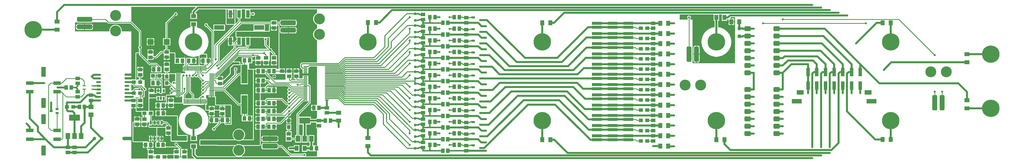
<source format=gtl>
%FSTAX23Y23*%
%MOIN*%
%SFA1B1*%

%IPPOS*%
%AMD38*
4,1,8,0.032500,-0.088800,0.032500,0.088800,0.016300,0.104900,-0.016300,0.104900,-0.032500,0.088800,-0.032500,-0.088800,-0.016300,-0.104900,0.016300,-0.104900,0.032500,-0.088800,0.0*
1,1,0.032283,0.016300,-0.088800*
1,1,0.032283,0.016300,0.088800*
1,1,0.032283,-0.016300,0.088800*
1,1,0.032283,-0.016300,-0.088800*
%
%AMD39*
4,1,8,-0.088800,-0.032500,0.088800,-0.032500,0.104900,-0.016300,0.104900,0.016300,0.088800,0.032500,-0.088800,0.032500,-0.104900,0.016300,-0.104900,-0.016300,-0.088800,-0.032500,0.0*
1,1,0.032283,-0.088800,-0.016300*
1,1,0.032283,0.088800,-0.016300*
1,1,0.032283,0.088800,0.016300*
1,1,0.032283,-0.088800,0.016300*
%
%AMD50*
4,1,8,0.026000,0.034400,-0.026000,0.034400,-0.043300,0.017100,-0.043300,-0.017100,-0.026000,-0.034400,0.026000,-0.034400,0.043300,-0.017100,0.043300,0.017100,0.026000,0.034400,0.0*
1,1,0.034646,0.026000,0.017100*
1,1,0.034646,-0.026000,0.017100*
1,1,0.034646,-0.026000,-0.017100*
1,1,0.034646,0.026000,-0.017100*
%
%ADD13C,0.009843*%
%ADD21R,0.027559X0.041339*%
%ADD22R,0.051181X0.059055*%
%ADD23R,0.059055X0.051181*%
%ADD24R,0.023622X0.057087*%
%ADD25O,0.023622X0.057087*%
%ADD26R,0.055118X0.049212*%
%ADD27R,0.043307X0.051181*%
%ADD28R,0.049212X0.055118*%
%ADD29R,0.053150X0.070866*%
%ADD30R,0.070866X0.053150*%
%ADD31R,0.047244X0.027559*%
%ADD32R,0.059055X0.084645*%
%ADD33R,0.149606X0.084645*%
%ADD34R,0.135039X0.064960*%
%ADD35R,0.050000X0.100000*%
%ADD36R,0.096457X0.062992*%
%ADD37R,0.050000X0.114960*%
G04~CAMADD=38~8~0.0~0.0~2098.4~649.6~161.4~0.0~15~0.0~0.0~0.0~0.0~0~0.0~0.0~0.0~0.0~0~0.0~0.0~0.0~270.0~650.0~2098.0*
%ADD38D38*%
G04~CAMADD=39~8~0.0~0.0~2098.4~649.6~161.4~0.0~15~0.0~0.0~0.0~0.0~0~0.0~0.0~0.0~0.0~0~0.0~0.0~0.0~180.0~2098.0~649.0*
%ADD39D39*%
%ADD40O,0.064960X0.027559*%
%ADD41R,0.043307X0.027559*%
%ADD42R,0.071653X0.054724*%
%ADD43R,0.054724X0.071653*%
%ADD44R,0.070866X0.011811*%
%ADD45O,0.070866X0.011811*%
%ADD46O,0.011811X0.070866*%
%ADD47R,0.133858X0.043307*%
%ADD48R,0.100000X0.050000*%
%ADD49R,0.064960X0.135039*%
G04~CAMADD=50~8~0.0~0.0~866.1~689.0~173.2~0.0~15~0.0~0.0~0.0~0.0~0~0.0~0.0~0.0~0.0~0~0.0~0.0~0.0~0.0~866.1~689.0*
%ADD50D50*%
%ADD51R,0.078740X0.078740*%
%ADD52O,0.059055X0.013780*%
%ADD53R,0.078740X0.255905*%
%ADD54R,0.025591X0.033465*%
%ADD55R,0.066929X0.062992*%
%ADD56R,0.041339X0.015748*%
%ADD96C,0.027559*%
%ADD97C,0.019685*%
%ADD98C,0.015748*%
%ADD99C,0.013780*%
%ADD100C,0.047244*%
%ADD101C,0.148031*%
%ADD102C,0.236220*%
%ADD103C,0.027559*%
%LNslave-1*%
%LPD*%
G36*
X06824Y05787D02*
X06718D01*
X06714Y0579*
Y05984*
X06729*
X06734Y05979*
Y05928*
X06769*
X06804*
Y05979*
Y05983*
X06809Y05984*
X06824*
Y05787*
G37*
G36*
X07942Y05934D02*
X07942Y05934D01*
X07927Y05926*
X07914Y05916*
X07904Y05903*
X07896Y05888*
X07891Y05872*
X0789Y05856*
X07891Y05839*
X07896Y05824*
X07904Y05809*
X07914Y05796*
X07927Y05786*
X07942Y05778*
X07942Y05777*
Y05724*
X07942Y05724*
X07927Y05716*
X07914Y05705*
X07904Y05692*
X07896Y05678*
X07891Y05662*
X0789Y05646*
X07891Y05629*
X07896Y05613*
X07904Y05599*
X07914Y05586*
X07927Y05575*
X07942Y05568*
X07942Y05567*
Y05263*
X07742*
X07736Y05261*
X0773Y05258*
X0772Y05248*
X07716Y05242*
X07715Y05235*
Y05198*
X07716Y05192*
X0772Y05186*
X07732Y05174*
X07737Y0517*
X07742Y0517*
X07746Y05167*
X07748Y0516*
X0775Y05157*
X07748Y05153*
X07746Y05147*
X07748Y0514*
X0775Y05137*
X07748Y05134*
X07746Y05127*
X07748Y05121*
X0775Y05118*
X07748Y05114*
X07753*
X07757Y05111*
X07763Y0511*
X07809*
X07815Y05111*
X0782Y05114*
X07825*
X07822Y05118*
X07825Y05121*
X07826Y05127*
X07825Y05134*
X07822Y05137*
X07825Y0514*
X07826Y05147*
X07825Y05153*
X07822Y05157*
X07825Y0516*
X07826Y05167*
X07825Y05173*
X07822Y05177*
X07825Y0518*
X07826Y05187*
X07825Y05189*
X0783Y0519*
X07835Y05194*
X0785Y05209*
X07942*
Y04687*
X07903*
Y04647*
Y04607*
X07942*
Y04507*
X07931*
Y04496*
X07859*
Y04524*
X07698*
Y04555*
X07851Y04708*
X07854Y04713*
X07855Y04719*
Y0494*
X07854Y04946*
X07851Y04951*
X07841Y04961*
X07836Y04964*
X0783Y04965*
X07829*
X07826Y04969*
Y0497*
X07825Y04976*
X07822Y0498*
X07825Y04983*
X07826Y0499*
X07825Y04996*
X07822Y05*
X07825Y05003*
X07826Y05009*
X07825Y05016*
X07822Y05019*
X07825Y05022*
X07826Y05029*
X07825Y05035*
X07822Y05039*
X07825Y05042*
X07826Y05049*
X07825Y05055*
X07822Y05059*
X07825Y05062*
X07826Y05068*
X07825Y05075*
X07822Y05078*
X07824Y05081*
X0782*
X07815Y05084*
X07809Y05085*
X07763*
X07757Y05084*
X07752Y05081*
X07748*
X0775Y05078*
X07748Y05075*
X07746Y05068*
X07748Y05062*
X0775Y05059*
X07748Y05055*
X07746Y05049*
Y05048*
X07743Y05044*
X07702*
Y0511*
Y0514*
X07663*
X07624*
Y0511*
Y05039*
X07648*
X07649Y05037*
X07652Y05032*
X07655Y05029*
X07653Y05024*
X07596*
X07587Y05034*
X07589Y05039*
X07606*
Y0511*
Y0514*
X07566*
X07527*
Y05117*
X07522Y05114*
X07521Y05115*
X07517Y05116*
X07507*
Y0514*
X07468*
Y05145*
X07463*
Y05181*
X07435*
X07431Y05184*
Y05281*
Y05765*
X0743Y05769*
X07428Y05772*
X07425Y05775*
X07421Y05775*
X07399*
Y05785*
X07438*
Y05785*
X07439Y05777*
X07442Y05771*
X07446Y05766*
X07451Y05762*
X07457Y05759*
X07464Y05758*
X07642*
X07649Y05759*
X07655Y05762*
X07661Y05766*
X07664Y05771*
X07667Y05777*
X07668Y05785*
Y05817*
X07667Y05824*
X07664Y0583*
X07661Y05836*
X07655Y0584*
X07649Y05842*
X07642Y05843*
X07464*
X07457Y05842*
X07451Y0584*
X07446Y05836*
X07442Y0583*
X07439Y05824*
X07438Y05817*
Y05816*
X07399*
Y05837*
X0732*
Y05817*
X06911*
X06907Y05816*
X06905Y05817*
X06903Y05819*
X06903Y0582*
Y05863*
X06922*
Y05983*
X06926Y05985*
X06966*
X0697Y05983*
Y0598*
Y05863*
X0704*
Y05907*
X07058*
X07059Y05905*
X07067Y059*
X07076Y05898*
X07086Y059*
X07094Y05905*
X07099Y05913*
X07101Y05923*
X07099Y05932*
X07094Y0594*
X07086Y05945*
X07076Y05947*
X07067Y05945*
X07059Y0594*
X07058Y05938*
X0704*
Y0598*
Y05983*
X07044Y05985*
X07942*
Y05934*
G37*
G36*
X06301Y06016D02*
X06252Y05968D01*
X06247Y0596*
X06245Y0595*
Y0593*
X06224*
Y05857*
X06314*
Y0593*
X06294*
Y0594*
X06338Y05985*
X067*
X06704Y0598*
Y0579*
X06704Y05788*
X06705Y05787*
X06706Y05785*
X06707Y05783*
X0671Y0578*
X06712Y05779*
X06714Y05777*
X06716Y05777*
X06718Y05777*
X06818*
X06819Y05772*
X06558Y05511*
X06555Y05506*
X06553Y055*
Y05323*
X06551Y05322*
X0655Y05318*
X06544Y0532*
Y05683*
X06543Y05688*
X06542Y0569*
X06545Y05695*
X06694*
Y0578*
X06539*
Y05701*
X06534Y057*
X06464Y05769*
X06465Y05771*
X06463Y05781*
X06458Y05788*
X0645Y05794*
X0644Y05796*
X06431Y05794*
X06423Y05788*
X06418Y05781*
X06416Y05771*
X06418Y05762*
X06423Y05754*
X06431Y05749*
X0644Y05747*
X06443Y05748*
X06514Y05676*
Y05251*
X06509Y05246*
X06503Y05248*
Y05279*
X06468*
Y05284*
X06463*
Y05324*
X06453*
Y05372*
X06452Y05375*
X0645Y05379*
X06446Y05381*
X06442Y05382*
X06399*
X06398Y05387*
X06412Y054*
X0643Y0542*
X06444Y05442*
X06456Y05465*
X06464Y0549*
X0647Y05516*
X06472Y05543*
X0647Y05569*
X06464Y05595*
X06456Y0562*
X06444Y05644*
X0643Y05666*
X06412Y05686*
X06392Y05703*
X0637Y05718*
X06347Y0573*
X06322Y05738*
X06305Y05741*
X06306Y05746*
X06314*
Y0582*
X06224*
Y05746*
X06233*
X06233Y05741*
X06217Y05738*
X06192Y0573*
X06168Y05718*
X06146Y05703*
X06126Y05686*
X06109Y05666*
X06094Y05644*
X06082Y0562*
X06074Y05595*
X06069Y05569*
X06067Y05543*
X06069Y05516*
X06074Y0549*
X06082Y05465*
X06094Y05442*
X06109Y0542*
X06126Y054*
X06146Y05382*
X06168Y05368*
X06192Y05356*
X06217Y05348*
X06243Y05342*
X06269Y0534*
X06296Y05342*
X06322Y05348*
X06336Y05352*
X0634Y05349*
Y05232*
X06338Y05228*
X06335Y05227*
X06332Y05226*
X06328Y05224*
X06325Y05226*
X06318Y05227*
X06312Y05226*
X06309Y05224*
X06305Y05226*
X06299Y05227*
X06292Y05226*
X06289Y05224*
X06285Y05226*
X06279Y05227*
X06273Y05226*
X06269Y05224*
X06266Y05226*
X06259Y05227*
X06253Y05226*
X0625Y05224*
X06246Y05226*
X0624Y05227*
X06233Y05226*
X0623Y05224*
X06226Y05226*
X0622Y05227*
X06214Y05226*
X06212Y05225*
X06209Y05227*
X06208Y05232*
X06213Y05237*
X06216Y05242*
X06217Y05244*
X06268*
Y05284*
Y05324*
X06176*
Y05336*
X06175Y05342*
X06172Y05347*
X06167Y0535*
X06161Y05351*
X06155Y0535*
X0615Y05347*
X06147Y05342*
X06146Y05336*
Y05324*
X06054*
Y05284*
X06044*
Y05324*
X06023*
Y05389*
X06022Y05393*
X0602Y05396*
X06017Y05399*
X06013Y054*
X05944*
Y0544*
X0592*
Y05494*
X05954*
Y05592*
X0592*
Y05794*
X06027Y05899*
X06029Y05898*
X06038Y059*
X06046Y05905*
X06051Y05913*
X06053Y05923*
X06051Y05932*
X06046Y0594*
X06038Y05945*
X06029Y05947*
X0602Y05945*
X06012Y0594*
X06007Y05932*
X06005Y05923*
X06005Y05921*
X05894Y05811*
X05894*
X05892Y05809*
X0589Y05806*
X0589Y05803*
X05889Y058*
Y05592*
X05855*
Y05494*
X0589*
Y0544*
X05866*
Y05419*
X05831*
X05825Y05418*
X0582Y05415*
X05754Y05348*
X05724*
Y05368*
Y05399*
X05685*
X05645*
Y05368*
Y05307*
X05644Y05307*
X0564Y05305*
X05634Y05304*
X05559Y05379*
Y0545*
X05561Y05451*
X05566Y05459*
X05568Y05468*
X05566Y05477*
X05561Y05485*
X05559Y05487*
Y05683*
X05558Y05689*
X05555Y05694*
X05445Y05804*
X05429Y05819*
X05427Y05821*
Y0602*
X06299*
X06301Y06016*
G37*
G36*
X05105Y05798D02*
X0511Y05794D01*
X05116Y05793*
X05412*
X05431Y05774*
X05529Y05677*
Y05487*
X05527Y05485*
X05522Y05477*
X0552Y05468*
X05522Y05459*
X05527Y05451*
X05529Y0545*
Y054*
X05492*
X05488Y05399*
X05485Y05396*
X05482Y05393*
X05481Y05389*
Y05102*
Y05083*
Y05061*
Y05033*
Y05031*
X05427*
Y05033*
X05334*
Y05061*
X05427*
Y05083*
X05334*
Y05111*
X05427*
Y05687*
X053*
X05296Y0569*
Y05693*
X05295Y05709*
X0529Y05725*
X05282Y0574*
X05272Y05753*
X05259Y05763*
X05244Y05771*
X05229Y05775*
X05212Y05777*
X05196Y05775*
X0518Y05771*
X05165Y05763*
X05152Y05753*
X05142Y0574*
X05134Y05725*
X05129Y05709*
X05128Y05693*
Y0569*
X05125Y05687*
X04663*
Y05809*
X0469*
X04696Y05806*
X04703Y05805*
X0488*
X04887Y05806*
X04893Y05809*
X05094*
X05105Y05798*
G37*
G36*
X06852Y05983D02*
Y05863D01*
X06872*
Y05825*
X06839Y05792*
X06835Y05794*
Y05984*
X06836Y05985*
X06848*
X06852Y05983*
G37*
G36*
X07421Y05683D02*
Y0561D01*
Y05281*
Y05175*
X07395*
Y05185*
X07255*
Y05175*
X07248*
Y05185*
X07108*
Y05175*
X07021*
Y05253*
X07064*
Y05284*
X07104*
Y05263*
X07183*
Y05284*
X07212*
Y05263*
X07291*
Y05284*
X07303*
Y05406*
X07307Y05409*
X07311Y05408*
X07313Y05409*
X07344Y05377*
Y05363*
X0732*
Y05292*
Y05275*
Y05263*
X07399*
Y05275*
Y05284*
Y05292*
Y05363*
X07375*
Y05383*
X07374Y05389*
X0737Y05394*
X07334Y0543*
X07335Y05433*
X07333Y05442*
X07328Y0545*
X0732Y05455*
X07311Y05457*
X07308Y05456*
X07303Y05462*
Y0561*
X0704*
Y05612*
X0697*
Y0561*
X06922*
Y05612*
X06852*
X06848Y05614*
Y05683*
X07303*
Y05765*
X0732*
Y05738*
X07399*
Y05765*
X07421*
Y05683*
G37*
G36*
X0732Y05775D02*
X07303D01*
X07299Y05775*
X07296Y05772*
X07293Y05769*
X07292Y05765*
Y05693*
X0724*
X07236Y05695*
Y05698*
Y0578*
X07081*
Y05698*
Y05695*
X07077Y05693*
X06848*
X06844Y05692*
X06841Y0569*
X06838Y05687*
X06838Y05683*
Y05614*
Y05614*
X06838Y05612*
X06838Y0561*
X06839Y0561*
X0684Y05609*
X06841Y05607*
X06841Y05607*
X06843Y05606*
X06844Y05605*
X06844*
X06849Y05603*
X06851Y05603*
X06852*
Y05568*
X06852*
X06846Y05567*
X06841Y05563*
X06818Y0554*
X06814Y05535*
X06813Y05529*
Y05462*
X06593Y05243*
X0659Y05243*
X06588Y05248*
X06616Y05277*
X0662Y05282*
X06621Y05288*
Y0549*
X06729Y05598*
X06734Y05596*
Y05558*
X06764*
Y05612*
X0675*
X06749Y05617*
X06918Y05786*
X0732*
Y05775*
G37*
G36*
X0697Y05493D02*
X0699D01*
Y05484*
X06981Y05475*
X06883*
X06877Y05474*
X06873Y05471*
X06623Y05221*
X06617Y05223*
Y05224*
X06839Y05446*
X06842Y0545*
X06844Y05456*
Y05523*
X06848Y05527*
X06852Y05525*
Y05493*
X06922*
Y056*
X0697*
Y05493*
G37*
G36*
X07292Y05479D02*
X07288Y05477D01*
X07261Y05504*
Y05562*
X07263Y05563*
X07268Y05571*
X0727Y0558*
X07268Y0559*
X07264Y05594*
X07267Y056*
X07292*
Y05479*
G37*
G36*
X07227Y05594D02*
X07223Y0559D01*
X07221Y0558*
X07223Y05571*
X07228Y05563*
X0723Y05562*
Y05498*
X07231Y05492*
X07235Y05487*
X07269Y05453*
X07267Y05448*
X07004*
X07002Y05453*
X07016Y05467*
X0702Y05472*
X07021Y05478*
Y05493*
X0704*
Y056*
X07224*
X07227Y05594*
G37*
G36*
X13429Y05828D02*
X13503D01*
Y05849*
X13513*
X13517Y0585*
X13521Y05847*
Y05822*
X13553*
Y05862*
X13543*
X13541Y05867*
X13553Y05879*
X1361*
Y05253*
X13031*
Y05844*
X13001*
Y05859*
X13003Y0586*
X13008Y05868*
X1301Y05877*
X13008Y05887*
X13003Y05895*
X12995Y059*
X12986Y05902*
X12976Y059*
X12968Y05895*
X12963Y05887*
X12961Y05877*
X12963Y05868*
X12968Y0586*
X1297Y05859*
Y05844*
X12858*
Y05914*
X13319*
Y05828*
X13331*
Y05744*
X13329Y05743*
X13303Y05738*
X13278Y0573*
X13255Y05718*
X13233Y05703*
X13213Y05686*
X13195Y05666*
X13181Y05644*
X13169Y0562*
X13161Y05595*
X13155Y05569*
X13153Y05543*
X13155Y05516*
X13161Y0549*
X13169Y05465*
X13181Y05442*
X13195Y0542*
X13213Y054*
X13233Y05382*
X13255Y05368*
X13278Y05356*
X13303Y05348*
X13329Y05342*
X13356Y0534*
X13382Y05342*
X13408Y05348*
X13433Y05356*
X13457Y05368*
X13479Y05382*
X13499Y054*
X13516Y0542*
X13531Y05442*
X13543Y05465*
X13551Y0549*
X13556Y05516*
X13558Y05543*
X13556Y05569*
X13551Y05595*
X13543Y0562*
X13531Y05644*
X13516Y05666*
X13499Y05686*
X13479Y05703*
X13457Y05718*
X13433Y0573*
X13408Y05738*
X13382Y05743*
X1338Y05744*
Y05828*
X13392*
Y05914*
X13429*
Y05828*
G37*
G36*
X06013Y05314D02*
X06013D01*
Y05244*
X06114*
Y05284*
X06125*
Y05244*
X06146*
Y0523*
X06142Y05227*
X06141Y05227*
X06135Y05226*
X0613Y05223*
X06126Y05217*
X06125Y05211*
Y05187*
X06141*
Y05181*
X06145*
Y05152*
X06146Y05146*
X06146Y05146*
Y05137*
X06148*
X06151Y0514*
X06155Y05137*
X06155*
Y05116*
X06104*
X06099Y05119*
X06093Y0512*
X06034*
X06028Y05119*
X06023Y05116*
X05921*
Y05133*
X05945*
Y05202*
Y05233*
X05905*
X05866*
Y05202*
Y05133*
X0589*
Y05116*
X05844*
Y05117*
X05769*
Y05116*
X05757*
Y05117*
X05683*
Y05048*
Y05032*
X05705*
Y05021*
X05685*
Y04942*
X05784*
Y04982*
Y05021*
X05735*
Y05032*
X05836*
Y04846*
X05816*
X05812Y0485*
Y04851*
Y04875*
X05789*
X05765*
Y04851*
Y0485*
X05762Y04846*
X05738*
Y04876*
X05659*
Y04846*
Y04837*
X05659Y04836*
Y04785*
X05659Y04784*
Y04775*
X05659Y0477*
Y0477*
Y04607*
X0565*
Y04603*
X05639*
Y04607*
X05564*
Y04603*
X05496*
Y0464*
Y04711*
Y04742*
X05456*
Y04752*
X05496*
Y04783*
X05476*
X05473Y04788*
X05474Y04789*
X05529*
Y04783*
X05505*
Y04711*
Y04683*
X05584*
Y04711*
Y04783*
X0556*
Y04789*
X05604*
Y04872*
X05607Y04875*
X05616Y04877*
X05624Y04882*
X05629Y0489*
X05631Y04899*
X05629Y04909*
X05624Y04916*
X05616Y04922*
X05607Y04924*
X05604Y04928*
Y05027*
X05582*
Y05031*
X0556*
Y05061*
X05584*
Y0513*
Y05161*
X05545*
X05505*
Y0513*
Y05061*
X05529*
Y05031*
X05507*
Y05027*
X05496*
Y05031*
X05492*
Y05389*
X05529*
Y05373*
X0553Y05367*
X05533Y05362*
X05664Y05231*
X05669Y05227*
X05675Y05226*
X05759*
X05773Y05213*
X05771Y05208*
X05735*
Y05169*
Y05129*
X05834*
Y05208*
X05814*
Y05209*
X05812Y05215*
X05809Y0522*
X05777Y05252*
X05772Y05256*
X05766Y05257*
X05681*
X05646Y05292*
X05648Y05298*
X05724*
Y05318*
X0576*
X05766Y05319*
X05771Y05322*
X05838Y05389*
X05866*
Y05368*
Y0534*
X05944*
Y05368*
Y05389*
X06013*
Y05314*
G37*
G36*
X07104Y05294D02*
X07064D01*
Y05332*
X07034*
Y05293*
X07024*
Y05332*
X06923*
Y05253*
X06943*
Y05242*
X06909*
Y05119*
X06881*
X06875Y05118*
X06871Y05114*
X06858Y05102*
X06853Y05104*
Y05154*
X06855Y05155*
X06861Y05163*
X06862Y05173*
X06861Y05182*
X06855Y0519*
X06848Y05195*
X06838Y05197*
X06829Y05195*
X06821Y0519*
X06816Y05182*
X06814Y05173*
X06816Y05163*
X06821Y05155*
X06823Y05154*
Y05102*
X06674Y04953*
X06669Y04955*
Y04969*
X06629*
Y04979*
X06669*
Y05012*
X06671Y05015*
X06674Y05017*
X06677Y05018*
X06681Y0502*
X06768Y05107*
X06771Y05111*
X06772Y05115*
Y05187*
X06811Y05226*
X06893*
X06897Y05227*
X069Y05229*
X06903Y05233*
X06903Y05237*
Y05267*
X06903Y05271*
X069Y05274*
X06897Y05277*
X06893Y05277*
X06815*
X06814Y05282*
X06878Y05346*
X07057*
X07059Y05344*
X07066Y05339*
X07076Y05337*
X07085Y05339*
X07093Y05344*
X07094Y05346*
X07104*
Y05294*
G37*
G36*
X06893Y05237D02*
X06807D01*
X06761Y05191*
Y05115*
X06674Y05027*
X06669Y05029*
Y0504*
X06629*
Y05045*
X06624*
Y0508*
X06619*
X06617Y05085*
X0669Y05159*
X06757Y05225*
X06799Y05267*
X06893*
Y05237*
G37*
G36*
X06442Y05324D02*
X06402D01*
Y05284*
Y05244*
X06417*
X06418Y05239*
X06417Y05239*
X06406Y05227*
X06405Y05225*
X06403Y05226*
X06402*
Y0522*
X06401Y05217*
Y05216*
X06401Y05211*
Y05181*
X06394*
Y05211*
X06392Y05217*
X06392Y05218*
Y05226*
X06391*
X06387Y05224*
X06384Y05226*
X06377Y05227*
X06371Y05226*
X06368Y05224*
X06364Y05226*
X06358Y05227*
X06355Y05227*
X0635Y05231*
Y05357*
X0637Y05368*
X06376Y05372*
X06442*
Y05324*
G37*
G36*
X06288Y05067D02*
X06296Y05062D01*
X06305Y0506*
X06314Y05062*
X06322Y05067*
X06326*
X06327Y05065*
X06374Y0502*
X06373Y05017*
X06375Y05008*
X0638Y05*
X06384Y04998*
Y04993*
X0638Y0499*
X06375Y04983*
X06373Y04973*
X06375Y04964*
X0638Y04956*
X06384Y04953*
Y04949*
X0638Y04946*
X06375Y04938*
X06373Y04929*
X06375Y0492*
X0638Y04912*
X06384Y04909*
Y04905*
X0638Y04902*
X06375Y04894*
X06373Y04885*
X06375Y04875*
X0638Y04868*
X06384Y04865*
Y04861*
X0638Y04858*
X06375Y0485*
X06373Y04841*
X06375Y04831*
X0638Y04824*
X06384Y04821*
Y04816*
X0638Y04814*
X06379Y04812*
X06375*
X0637Y04811*
X06365Y04807*
X06347Y0479*
X06344Y04785*
X06343Y04781*
X06338Y04777*
X06332Y04775*
X06328Y04773*
X06325Y04775*
X06318Y04777*
X06312Y04775*
X06309Y04773*
X06305Y04775*
X06299Y04777*
X06292Y04775*
X06289Y04773*
X06285Y04775*
X06279Y04777*
X06279Y04776*
X06275Y04779*
Y04824*
X06274Y0483*
X0627Y04835*
X06232Y04873*
Y05066*
X06234Y05067*
X06235Y0507*
X0624*
X06242Y05067*
X0625Y05062*
X06259Y0506*
X06269Y05062*
X06277Y05067*
X06279Y05071*
X06285*
X06288Y05067*
G37*
G36*
X06018Y05104D02*
X06019Y05098D01*
X06022Y05094*
X06019Y0509*
X06018Y05084*
X06019Y05078*
X06022Y05074*
X06019Y05071*
X06018Y05064*
X06019Y05058*
X06022Y05055*
X06019Y05051*
X06018Y05045*
X06019Y05038*
X06022Y05035*
X06019Y05031*
X06018Y05025*
X06019Y05019*
X06022Y05015*
X06019Y05012*
X06018Y05008*
X06013Y05005*
X06013*
X06009Y05008*
X06Y0501*
X0599Y05008*
X05982Y05003*
X05977Y04995*
X05975Y04986*
X05977Y04976*
X05978Y04974*
X05975Y04971*
X05953Y04992*
X05948Y04996*
X05942Y04997*
X0594*
Y05019*
X05871*
Y04944*
X0594*
Y04956*
X05945Y04958*
X05967Y04936*
X05965Y0493*
X05961Y04929*
X05953Y04924*
X05948Y04916*
X05946Y04907*
X05948Y04898*
X05953Y0489*
X05961Y04885*
X0597Y04883*
X05972Y04883*
X05978Y04877*
X05972Y04872*
X0597Y04872*
X05961Y0487*
X05953Y04865*
X05948Y04857*
X05946Y04848*
X05948Y04838*
X05953Y04831*
X05955Y0483*
X05953Y04825*
X05907*
X05903Y04824*
X059Y04822*
X05898Y04818*
X05897Y04814*
Y0479*
X05892Y04787*
X05889*
X05887Y04788*
Y04807*
X05831*
Y04776*
X05821*
Y04807*
X05765*
Y04785*
X05738*
X05669*
Y04836*
X05699*
X057Y04831*
X05698*
X05694Y04827*
X05688Y04821*
X05684Y04816*
X05683Y04811*
X05684Y04805*
X05688Y048*
X05692Y04796*
X05698Y04795*
X05704Y04796*
X05709Y048*
X05715Y04805*
X05698*
Y04816*
X05719*
X0572Y04816*
X05718Y04822*
X05715Y04827*
X0571Y04831*
X05709*
X0571Y04836*
X05762*
X05763*
X05763*
X05765Y04836*
X05766Y04837*
X05766Y04837*
X05767*
X05768Y04838*
X05769Y04839*
X0577Y04839*
X0577Y0484*
X05773Y04844*
X05774Y04845*
X05775Y04846*
Y04846*
X05775Y04847*
Y04848*
Y0485*
X05803*
Y04848*
Y04847*
X05803Y04846*
Y04846*
X05804Y04845*
X05805Y04844*
X05807Y0484*
X05808Y04839*
X05809Y04839*
X05809Y04838*
X05811Y04837*
X05811*
X05812Y04837*
X05813Y04836*
X05814Y04836*
X05815*
X05816*
X05836*
X0584Y04837*
X05843Y04839*
X05846Y04842*
X05846Y04846*
Y0485*
X05887*
Y04911*
X05846*
Y05032*
X05846Y05036*
X05843Y0504*
X0584Y05042*
X05836Y05042*
X05735*
Y05048*
X05757*
Y05105*
X05769*
Y05088*
X05844*
Y05105*
X05871*
Y05031*
X0594*
Y05105*
X06016*
X06018Y05104*
G37*
G36*
X07517Y05029D02*
X07356D01*
X07284Y05101*
X07286Y05106*
X07517*
Y05029*
G37*
G36*
X07108Y05164D02*
Y0515D01*
X07144*
Y05145*
X07149*
Y05106*
X07159*
X07179*
X07238*
X07241Y05101*
X07308Y05034*
X07306Y05029*
X07288*
X07285Y05031*
X07279Y05033*
X07248*
Y05057*
X07177*
X07159*
X07149*
Y05017*
Y04978*
X07165*
X07169Y04974*
Y04926*
X07149*
Y04887*
Y04847*
X07165*
X07169Y04844*
Y04748*
X07149*
Y04708*
Y04669*
X07165*
X07169Y04665*
Y04641*
X07148*
Y04602*
Y04562*
X07165*
X07169Y04559*
Y04535*
X07148*
Y04496*
Y04456*
X07165*
X07169Y04453*
Y04429*
X07148*
Y0439*
Y0435*
X07165*
X07169Y04347*
X07168Y04139*
X07086*
Y0414*
X06928Y0414*
X06916Y04146*
X069Y04151*
X06883Y04153*
X06867Y04151*
X06851Y04146*
X06839Y0414*
X06358Y04141*
Y04204*
X06844*
X06851Y04201*
X06867Y04196*
X06883Y04194*
X069Y04196*
X06916Y04201*
X06922Y04204*
X07086*
Y05164*
X07108*
G37*
G36*
X07014Y05168D02*
X07017Y05165D01*
X07021Y05164*
X07076*
Y04214*
X06945*
X06944Y04216*
X06944Y0422*
X06953Y04232*
X06961Y04246*
X06966Y04262*
X06968Y04279*
X06966Y04295*
X06961Y04311*
X06953Y04325*
X06943Y04338*
X0693Y04349*
X06916Y04357*
X069Y04361*
X06883Y04363*
X06867Y04361*
X06851Y04357*
X06837Y04349*
X06824Y04338*
X06813Y04325*
X06805Y04311*
X06801Y04295*
X06799Y04279*
X06801Y04262*
X06805Y04246*
X06813Y04232*
X06823Y0422*
X06823Y04216*
X06822Y04214*
X06358*
X06354Y04214*
X06351Y04211*
X06348Y04208*
X06348Y04204*
Y04141*
X06348Y04139*
X06348Y04137*
X0635Y04136*
X06351Y04134*
X06352Y04133*
X06354Y04132*
X06356Y04131*
X06358Y04131*
X06819Y0413*
X06821Y04125*
X06813Y04115*
X06805Y04101*
X06801Y04085*
X06799Y04068*
X06801Y04052*
X06805Y04036*
X06813Y04022*
X06824Y04009*
X06837Y03998*
X06849Y03991*
X06848Y03987*
X06323*
X06294Y04016*
Y04085*
X06314*
Y04158*
X06224*
Y04085*
X06245*
Y04005*
X06247Y03996*
X06252Y03988*
X06279Y03961*
X06277Y03956*
X06185*
Y04013*
Y04044*
X06145*
Y04049*
X0614*
Y04084*
X06107*
Y04094*
X06106Y041*
X06103Y04105*
X06057Y04151*
X06057Y04153*
X06055Y04162*
X0605Y0417*
X06042Y04175*
X06033Y04177*
X06024Y04175*
X06016Y0417*
X06011Y04162*
X06009Y04153*
X06011Y04144*
X06016Y04136*
X06024Y04131*
X06033Y04129*
X06035Y04129*
X06042Y04123*
X0604Y04118*
X05893*
Y04137*
X05857*
Y04142*
X05852*
Y04181*
X05803*
Y04197*
X05804Y04198*
X05809Y04205*
X0581Y04213*
Y04247*
X05809Y04255*
X05804Y04262*
X05797Y04267*
X05788Y04269*
X05781Y04267*
X05776Y0427*
Y04377*
X05889*
Y04336*
Y04308*
X05929*
Y04303*
X05934*
Y04267*
X0596*
Y04198*
X0596Y04194*
X05962Y0419*
X05966Y04188*
X0597Y04187*
X0618*
X06184Y04188*
X06188Y0419*
X0619Y04194*
X0619Y04198*
Y04264*
X0619Y04268*
X06188Y04271*
X06184Y04273*
X0618Y04274*
X06055*
Y04533*
X06055Y04535*
X06054Y04537*
X06053Y04538*
X06052Y0454*
X0605Y04541*
X06049Y04542*
X06047Y04542*
X06045Y04543*
X05895*
Y04567*
X05859*
Y04572*
X05854*
Y04612*
X05825*
Y04639*
X05855*
Y04679*
X0586*
Y04684*
X05895*
Y04707*
X05898Y04708*
X059Y04709*
X05903Y04707*
X05907Y04706*
X05923*
Y04684*
X06001*
Y04706*
X06116*
X0612Y04707*
X0612*
X06125Y04704*
Y04701*
X06126Y04695*
X0613Y0469*
X06135Y04686*
X06141Y04685*
X06148Y04686*
X06151Y04689*
X06155Y04686*
X06161Y04685*
X06167Y04686*
X06171Y04689*
X06174Y04686*
X06181Y04685*
X06187Y04686*
X0619Y04689*
X06194Y04686*
X062Y04685*
X06207Y04686*
X0621Y04689*
X06214Y04686*
X0622Y04685*
X06226Y04686*
X0623Y04689*
X06233Y04686*
X0624Y04685*
X06246Y04686*
X0625Y04689*
X06253Y04686*
X06259Y04685*
X06266Y04686*
X06269Y04689*
X06273Y04686*
X06279Y04685*
X06285Y04686*
X06289Y04689*
X06292Y04686*
X06299Y04685*
X06305Y04686*
X06309Y04689*
X06312Y04686*
X06318Y04685*
X06325Y04686*
X06328Y04689*
X06332Y04686*
X06338Y04685*
X06344Y04686*
X06348Y04689*
X06351Y04686*
X06358Y04685*
X06364Y04686*
X06368Y04689*
X06371Y04686*
X06377Y04685*
X06384Y04686*
X06387Y04689*
X06391Y04686*
X06397Y04685*
X06403Y04686*
X06407Y04689*
X06411Y04686*
X06412*
Y04695*
X06412Y04695*
X06413Y04701*
Y04731*
X0642*
Y04701*
X06422Y04695*
X06422Y04695*
Y04686*
X06423*
X06424Y04687*
X06426Y04687*
X06429Y04685*
Y04675*
Y04638*
X06429Y04635*
X06429Y04633*
Y0462*
X0643Y04616*
X06432Y04612*
X06435Y0461*
X06439Y04609*
X06475*
Y046*
Y0457*
X06554*
Y046*
Y04609*
X0662*
Y046*
Y0457*
X0666*
Y04564*
X06665*
Y04529*
X0669*
Y04517*
X06624*
Y04493*
X06618*
Y04517*
X06518*
Y04478*
Y04438*
X06595*
X06597Y04434*
X06547Y04383*
X06545Y04384*
X06535Y04382*
X06527Y04377*
X06522Y04369*
X0652Y0436*
X06522Y0435*
X06527Y04342*
X06535Y04337*
X06545Y04335*
X06554Y04337*
X06562Y04342*
X06567Y0435*
X06569Y0436*
X06568Y04362*
X0663Y04424*
X06634Y04429*
X06635Y04435*
Y04438*
X0669*
Y04424*
X06691Y0442*
X06693Y04417*
X06696Y04415*
X067Y04414*
X06777*
X06781Y04415*
X06784Y04417*
X06787Y0442*
X06787Y04424*
Y04679*
X06787Y04683*
X06784Y04686*
X06781Y04688*
X06777Y04689*
X06573*
Y04789*
Y0479*
Y0479*
X06572Y04791*
X06572Y04793*
X06572Y04793*
X06571Y04794*
X0657Y04795*
X0657Y04796*
X06569Y04796*
X06569Y04797*
X06564Y04801*
X06562Y04801*
X06561Y04802*
X06561*
X0656Y04803*
X0656*
Y04824*
X0656Y04828*
X0656Y04829*
X06559Y04835*
X06556Y04838*
X06559Y04842*
X0656Y04848*
X06559Y04854*
X06556Y04858*
X06559Y04861*
X0656Y04868*
X0656Y04868*
X06563Y04872*
X06678*
X06871Y0468*
X06875Y04676*
X06881Y04675*
X06909*
Y04553*
X06943*
Y04541*
X06923*
Y04462*
X07024*
Y04501*
Y04541*
X06974*
Y04553*
X07007*
Y04828*
X06909*
Y04706*
X06888*
X06696Y04897*
X06888Y05088*
X06909*
Y04966*
X07007*
Y05168*
X07012Y0517*
X07014Y05168*
G37*
G36*
X07298Y04977D02*
X07296Y04973D01*
X07282*
X07276Y04972*
X07271Y04968*
X07241Y04937*
X07237Y04933*
X07236Y04927*
Y04926*
X07183*
X07179Y04929*
Y04974*
X07183Y04978*
X07248*
Y05002*
X07273*
X07298Y04977*
G37*
G36*
X07561Y04919D02*
X07559Y04914D01*
X07555Y04913*
X07547Y04908*
X07542Y049*
X0754Y04891*
X07542Y04882*
X07547Y04874*
X07553Y0487*
Y04864*
X07547Y04861*
X07542Y04853*
X0754Y04844*
X07542Y04834*
X07547Y04826*
X07553Y04823*
Y04817*
X07547Y04813*
X07542Y04805*
X0754Y04796*
X07542Y04787*
X07547Y04779*
X07553Y04775*
Y0477*
X07547Y04766*
X07542Y04758*
X0754Y04749*
X07542Y04739*
X07547Y04731*
X07553Y04728*
Y04722*
X07547Y04718*
X07546Y04716*
X07533*
X07475Y04774*
X0747Y04777*
X07465Y04779*
X07267*
X07261Y04777*
X07257Y04774*
X07241Y04759*
X07238Y04753*
X07237Y04748*
Y04748*
X07183*
X07179Y04751*
Y04844*
X07183Y04847*
X07248*
Y04871*
X07255*
Y04847*
X07355*
Y04887*
Y04926*
X07279*
X07277Y04931*
X07288Y04942*
X07537*
X07561Y04919*
G37*
G36*
X05443Y04961D02*
X05444Y04955D01*
X05448Y0495*
X05461Y04936*
X05466Y04933*
X05472Y04932*
X05553*
X05583Y04901*
X05583Y04899*
X05585Y0489*
X0559Y04882*
X05592Y04881*
X05594Y04876*
X05594Y04875*
X05594Y04873*
Y04873*
Y04872*
Y04799*
X0556*
Y04812*
X05582*
Y04881*
X05557*
X05555Y04886*
X05557Y0489*
X05559Y04899*
X05557Y04909*
X05552Y04916*
X05544Y04922*
X05535Y04924*
X05525Y04922*
X05518Y04916*
X05516Y04914*
X05475*
X05469Y04913*
X05464Y0491*
X05448Y04893*
X05444Y04888*
X05443Y04883*
Y04881*
X05427*
Y04962*
X05443*
Y04961*
G37*
G36*
X062Y05067D02*
X06201Y05066D01*
Y04867*
X06203Y04861*
X06206Y04856*
X06244Y04818*
Y04779*
X0624Y04776*
X0624Y04777*
X06233Y04775*
X0623Y04773*
X06226Y04775*
X0622Y04777*
X06214Y04775*
X0621Y04773*
X06207Y04775*
X062Y04777*
X06194Y04775*
X0619Y04773*
X06187Y04775*
X06181Y04777*
X06174Y04775*
X06171Y04773*
X06167Y04775*
X06161Y04777*
X06161Y04776*
X06157Y04779*
Y04816*
X06185Y04844*
X06188Y04849*
X06189Y04855*
Y05066*
X06191Y05067*
X06193Y0507*
X06198*
X062Y05067*
G37*
G36*
X05869Y04746D02*
X05887D01*
Y04771*
X05891Y04774*
X05897*
Y04722*
X05893Y04718*
X05814*
Y04718*
X05794*
Y04679*
Y04639*
X05814*
Y04612*
X05793*
Y04572*
Y04533*
X05814*
X06045*
Y04264*
X0618*
Y04198*
X0597*
Y04387*
X05968*
Y04407*
X05944*
Y04413*
X05943Y04419*
X05939Y04424*
X05908Y04455*
X05903Y04459*
X05897Y0446*
X0586*
Y04461*
X05859Y0447*
X05854Y04477*
X05847Y04482*
X05838Y04483*
X05829Y04482*
X05822Y04477*
X05818Y0447*
X05816Y04461*
Y04427*
X05818Y04419*
X05822Y04412*
X05829Y04407*
X05838Y04405*
X05847Y04407*
X05854Y04412*
X05859Y04419*
X0586Y04427*
Y04429*
X05891*
X05908Y04412*
X05906Y04407*
X05889*
Y04387*
X05814*
X05669*
Y04409*
X05674Y04411*
X05679Y04407*
X05688Y04405*
X05697Y04407*
X05704Y04412*
X05709Y04419*
X0571Y04427*
Y04461*
X05709Y0447*
X05704Y04477*
X05703Y04477*
Y04538*
X05725*
Y04607*
X05669*
Y0477*
X05674Y04775*
X05765*
Y04746*
X05784*
Y04776*
X05794*
Y04746*
X05859*
Y04776*
X05869*
Y04746*
G37*
G36*
X06016Y04814D02*
X06027D01*
X06028Y04813*
X06034Y04812*
X06063*
Y04809*
X06068*
Y04792*
X06093*
X06099Y04794*
X06105Y04797*
X06108Y04802*
X06109Y04809*
X0611Y0481*
X06112Y0481*
X06116Y04806*
Y04716*
X06001*
Y04744*
X05923*
Y04716*
X05907*
Y04722*
Y04765*
Y04814*
X06015*
X06016Y04814*
G37*
G36*
X07516Y0469D02*
X07521Y04687D01*
X07527Y04686*
X07546*
X07547Y04684*
X07553Y0468*
Y04674*
X07547Y04671*
X07542Y04663*
X0754Y04655*
X07459Y04573*
X07395*
Y04597*
X07359*
Y04602*
X07354*
Y04641*
X07255*
Y04617*
X07248*
Y04641*
X07183*
X07179Y04645*
Y04665*
X07183Y04669*
X07248*
Y04693*
X07255*
Y04669*
X07355*
Y04708*
X0736*
Y04713*
X07395*
Y04748*
X074Y04748*
X07458*
X07516Y0469*
G37*
G36*
X07824Y04739D02*
X07825Y04738D01*
Y04725*
X07672Y04572*
X07668Y04567*
X07667Y04561*
Y04275*
X07644*
Y04238*
X07598*
Y04257*
Y04328*
X07574*
Y04347*
X07593*
Y04422*
X07524*
Y04347*
X07543*
Y04328*
X07519*
Y04257*
Y04188*
X07598*
Y04208*
X07644*
Y04171*
X07724*
Y04275*
X07698*
Y04419*
X0775*
Y04275*
X07735*
Y04171*
X07814*
Y04275*
X07799*
Y04419*
X07859*
Y04447*
X07931*
Y04436*
Y04405*
X0797*
Y04396*
X07931*
Y04365*
X07942*
Y04134*
X07942*
Y04095*
Y04055*
X07942*
Y03987*
X07792*
X0779Y03991*
X07794Y03997*
X07796Y04006*
X07794Y04016*
X07788Y04024*
X07781Y04029*
X07771Y04031*
X07762Y04029*
X07754Y04024*
X07753Y04022*
X07588*
X07475Y04134*
X0747Y04138*
X07464Y04139*
X07419*
Y0414*
X07418Y04147*
X07416Y04153*
X07412Y04159*
X07406Y04162*
X074Y04165*
X07393Y04166*
X07216*
X07209Y04165*
X07202Y04162*
X07197Y04159*
X07193Y04153*
X0719Y04147*
X07189Y0414*
Y04107*
X0719Y041*
X07193Y04094*
X07197Y04088*
X07202Y04085*
X07209Y04082*
X07216Y04081*
X07393*
X074Y04082*
X07406Y04085*
X07412Y04088*
X07416Y04094*
X07418Y041*
X07419Y04107*
Y04108*
X07458*
X0757Y03996*
X07575Y03992*
X0758Y03991*
X07579Y03987*
X06919*
X06918Y03991*
X0693Y03998*
X06943Y04009*
X06953Y04022*
X06961Y04036*
X06966Y04052*
X06968Y04068*
X06966Y04085*
X06961Y04101*
X06953Y04115*
X06946Y04125*
X06948Y0413*
X07085Y04129*
X07086Y04129*
X07168*
X0717Y04129*
X07172Y0413*
X07174Y04131*
X07176Y04132*
X07177Y04134*
X07178Y04135*
X07178Y04137*
X07179Y04139*
X07179Y04347*
X07183Y0435*
X07247*
Y04374*
X07254*
Y0435*
X07354*
Y0439*
X07359*
Y04395*
X07394*
Y04422*
X0745*
X07455Y04424*
X0746Y04427*
X07519Y04485*
X07524Y04483*
Y04476*
X07553*
Y04509*
X07549*
X07547Y04514*
X07568Y04535*
X07576Y04536*
X07584Y04541*
X07589Y04549*
X07591Y04559*
X0759Y04561*
X07766Y04736*
X07809*
X07815Y04737*
X0782Y0474*
X07824Y04739*
G37*
G36*
X05461Y0464D02*
X05485D01*
Y04603*
X05486Y04599*
X05488Y04596*
X05492Y04593*
X05496Y04592*
X05564*
Y04538*
X05587*
Y04527*
X05562*
Y04459*
X05545*
Y04488*
X05505*
X05466*
Y04459*
X05452*
X05448Y04458*
X05445Y04455*
X05443Y04452*
X05442Y04448*
Y0419*
X05443Y04187*
X05445Y04183*
X05448Y04181*
X05452Y0418*
X05582*
Y04147*
X05618*
Y04142*
X05622*
Y04102*
X05638*
Y04084*
X05639Y0408*
X05642Y04077*
X05645Y04075*
X05649Y04074*
Y04013*
Y03956*
X05427*
Y04206*
X05324*
Y04253*
X05427*
Y0464*
X05451*
Y04676*
X05461*
Y0464*
G37*
G36*
X07512Y04522D02*
X07443Y04453D01*
X07399*
X07395Y04456*
Y0449*
X07359*
Y04501*
X07395*
Y04526*
X07507*
X07509*
X07512Y04522*
G37*
G36*
X05666Y04427D02*
X05667Y04423D01*
X05665Y04418*
X05663Y04417*
X05662Y04416*
X05661Y04414*
X05659Y04413*
X05659Y04411*
X05659Y04409*
Y04387*
X05659Y04383*
X05662Y0438*
X05665Y04378*
X05669Y04377*
X05766*
Y04247*
Y04213*
Y04181*
X05753*
Y04102*
X05893*
Y04108*
X06057*
X06066Y04098*
Y04084*
X06044*
Y04049*
X06039*
Y04044*
X06*
Y04017*
X05728*
Y04044*
X05688*
Y04049*
X05683*
Y04084*
X05649*
Y04102*
X05683*
Y04142*
Y04181*
X05649*
Y0419*
X05649Y0419*
X05452*
Y04448*
X05466*
Y04428*
X05505*
X05545*
Y04448*
X05562*
Y04428*
X05641*
Y04448*
X05666*
Y04427*
G37*
G36*
X06469Y04814D02*
X06478D01*
X06479Y04813*
X06485Y04812*
X06514*
Y04809*
X06519*
Y04793*
X06557*
X06562Y04789*
Y04679*
X06777*
Y04424*
X067*
Y04438*
X06724*
Y04478*
Y04517*
X067*
Y0462*
X067*
Y0463*
X0662*
Y0462*
X06554*
Y0463*
X06475*
Y0462*
X06439*
Y04675*
Y04686*
X06443Y04686*
X06448Y0469*
X06451Y04695*
X06453Y04701*
Y04726*
X06437*
Y04736*
X06453*
Y04761*
X06451Y04766*
X06448Y04772*
X06443Y04775*
X06439Y04776*
Y04818*
X06469*
Y04814*
G37*
G36*
X06Y03956D02*
X05912D01*
Y03975*
X05875*
Y03985*
X05912*
Y04007*
X06*
Y03956*
G37*
%LNslave-2*%
%LPC*%
G36*
X06804Y05918D02*
X06774D01*
Y05863*
X06804*
Y05918*
G37*
G36*
X06764D02*
X06734D01*
Y05863*
X06764*
Y05918*
G37*
G36*
X07642Y05743D02*
X07558D01*
Y05706*
X07668*
Y05717*
X07667Y05724*
X07664Y0573*
X07661Y05736*
X07655Y0574*
X07649Y05742*
X07642Y05743*
G37*
G36*
X07548D02*
X07464D01*
X07457Y05742*
X07451Y0574*
X07446Y05736*
X07442Y0573*
X07439Y05724*
X07438Y05717*
Y05706*
X07548*
Y05743*
G37*
G36*
X07668Y05696D02*
X07558D01*
Y05658*
X07642*
X07649Y05659*
X07655Y05662*
X07661Y05666*
X07664Y05671*
X07667Y05677*
X07668Y05685*
Y05696*
G37*
G36*
X07548D02*
X07438D01*
Y05685*
X07439Y05677*
X07442Y05671*
X07446Y05666*
X07451Y05662*
X07457Y05659*
X07464Y05658*
X07548*
Y05696*
G37*
G36*
X07507Y05181D02*
X07473D01*
Y0515*
X07507*
Y05181*
G37*
G36*
X07702D02*
X07668D01*
Y0515*
X07702*
Y05181*
G37*
G36*
X07606D02*
X07572D01*
Y0515*
X07606*
Y05181*
G37*
G36*
X07561D02*
X07527D01*
Y0515*
X07561*
Y05181*
G37*
G36*
X07658D02*
X07624D01*
Y0515*
X07658*
Y05181*
G37*
G36*
X07893Y04687D02*
X07862D01*
Y04652*
X07893*
Y04687*
G37*
G36*
Y04642D02*
X07862D01*
Y04607*
X07893*
Y04642*
G37*
G36*
X05734Y05592D02*
X0569D01*
Y05548*
X05734*
Y05592*
G37*
G36*
X05679D02*
X05635D01*
Y05548*
X05679*
Y05592*
G37*
G36*
X05734Y05538D02*
X0569D01*
Y05494*
X05734*
Y05538*
G37*
G36*
X05679D02*
X05635D01*
Y05494*
X05679*
Y05538*
G37*
G36*
X05724Y0544D02*
X0569D01*
Y05409*
X05724*
Y0544*
G37*
G36*
X05679D02*
X05645D01*
Y05409*
X05679*
Y0544*
G37*
G36*
X06309Y05324D02*
X06278D01*
Y05289*
X06309*
Y05324*
G37*
G36*
X06503D02*
X06473D01*
Y05289*
X06503*
Y05324*
G37*
G36*
X06309Y05279D02*
X06278D01*
Y05244*
X06309*
Y05279*
G37*
G36*
X0488Y0579D02*
X04796D01*
Y05753*
X04906*
Y05764*
X04905Y05771*
X04903Y05777*
X04899Y05783*
X04893Y05787*
X04887Y0579*
X0488Y0579*
G37*
G36*
X04786D02*
X04703D01*
X04696Y0579*
X04689Y05787*
X04684Y05783*
X0468Y05777*
X04677Y05771*
X04676Y05764*
Y05753*
X04786*
Y0579*
G37*
G36*
X04906Y05743D02*
X04796D01*
Y05705*
X0488*
X04887Y05706*
X04893Y05709*
X04899Y05713*
X04903Y05718*
X04905Y05725*
X04906Y05732*
Y05743*
G37*
G36*
X04786D02*
X04676D01*
Y05732*
X04677Y05725*
X0468Y05718*
X04684Y05713*
X04689Y05709*
X04696Y05706*
X04703Y05705*
X04786*
Y05743*
G37*
G36*
X07399Y05727D02*
X07365D01*
Y05697*
X07399*
Y05727*
G37*
G36*
X07355D02*
X0732D01*
Y05697*
X07355*
Y05727*
G37*
G36*
X07399Y05253D02*
X07365D01*
Y05223*
X07399*
Y05253*
G37*
G36*
X07355D02*
X0732D01*
Y05223*
X07355*
Y05253*
G37*
G36*
X07291D02*
X07257D01*
Y05223*
X07291*
Y05253*
G37*
G36*
X07247D02*
X07212D01*
Y05223*
X07247*
Y05253*
G37*
G36*
X07183D02*
X07149D01*
Y05223*
X07183*
Y05253*
G37*
G36*
X07138D02*
X07104D01*
Y05223*
X07138*
Y05253*
G37*
G36*
X06804Y05612D02*
X06774D01*
Y05558*
X06804*
Y05612*
G37*
G36*
Y05548D02*
X06774D01*
Y05493*
X06804*
Y05548*
G37*
G36*
X06764D02*
X06734D01*
Y05493*
X06764*
Y05548*
G37*
G36*
X13596Y05862D02*
X13563D01*
Y05822*
X13596*
Y05862*
G37*
G36*
Y05811D02*
X13563D01*
Y05771*
X13596*
Y05811*
G37*
G36*
X13553D02*
X13521D01*
Y05771*
X13553*
Y05811*
G37*
G36*
X13102Y05492D02*
X13091D01*
Y05382*
X13128*
Y05466*
X13127Y05473*
X13125Y05479*
X13121Y05485*
X13115Y05488*
X13109Y05491*
X13102Y05492*
G37*
G36*
X13081D02*
X1307D01*
X13062Y05491*
X13056Y05488*
X13051Y05485*
X13047Y05479*
X13044Y05473*
X13043Y05466*
Y05382*
X13081*
Y05492*
G37*
G36*
X13128Y05372D02*
X13091D01*
Y05262*
X13102*
X13109Y05263*
X13115Y05266*
X13121Y0527*
X13125Y05275*
X13127Y05281*
X13128Y05288*
Y05372*
G37*
G36*
X13081D02*
X13043D01*
Y05288*
X13044Y05281*
X13047Y05275*
X13051Y0527*
X13056Y05266*
X13062Y05263*
X1307Y05262*
X13081*
Y05372*
G37*
G36*
X05944Y0533D02*
X0591D01*
Y053*
X05944*
Y0533*
G37*
G36*
X059D02*
X05866D01*
Y053*
X059*
Y0533*
G37*
G36*
X05945Y05273D02*
X05911D01*
Y05243*
X05945*
Y05273*
G37*
G36*
X05901D02*
X05866D01*
Y05243*
X05901*
Y05273*
G37*
G36*
X05724Y05208D02*
X05694D01*
Y05174*
X05724*
Y05208*
G37*
G36*
X05584Y05201D02*
X0555D01*
Y05171*
X05584*
Y05201*
G37*
G36*
X0554D02*
X05505D01*
Y05171*
X0554*
Y05201*
G37*
G36*
X06136Y05177D02*
X06125D01*
Y05152*
X06126Y05146*
X0613Y0514*
X06135Y05137*
X06136*
Y05177*
G37*
G36*
X05724Y05164D02*
X05694D01*
Y05129*
X05724*
Y05164*
G37*
G36*
X05824Y05021D02*
X05794D01*
Y04987*
X05824*
Y05021*
G37*
G36*
Y04977D02*
X05794D01*
Y04942*
X05824*
Y04977*
G37*
G36*
X05738Y04917D02*
X05703D01*
Y04887*
X05738*
Y04917*
G37*
G36*
X05693D02*
X05659D01*
Y04887*
X05693*
Y04917*
G37*
G36*
X05812Y04911D02*
X05794D01*
Y04885*
X05812*
Y04911*
G37*
G36*
X05784D02*
X05765D01*
Y04885*
X05784*
Y04911*
G37*
G36*
X05584Y04673D02*
X0555D01*
Y04642*
X05584*
Y04673*
G37*
G36*
X0554D02*
X05505D01*
Y04642*
X0554*
Y04673*
G37*
G36*
X06669Y0508D02*
X06635D01*
Y0505*
X06669*
Y0508*
G37*
G36*
X06392Y05324D02*
X06362D01*
Y05289*
X06392*
Y05324*
G37*
G36*
Y05279D02*
X06362D01*
Y05244*
X06392*
Y05279*
G37*
G36*
X05844Y05078D02*
X05812D01*
Y05048*
X05844*
Y05078*
G37*
G36*
X05801D02*
X05769D01*
Y05048*
X05801*
Y05078*
G37*
G36*
X07367Y05096D02*
Y05077D01*
X07385*
X07384Y05082*
X07379Y0509*
X07371Y05095*
X07367Y05096*
G37*
G36*
X07357D02*
X07352Y05095D01*
X07344Y0509*
X07339Y05082*
X07338Y05077*
X07357*
Y05096*
G37*
G36*
X07385Y05067D02*
X07367D01*
Y05049*
X07371Y0505*
X07379Y05055*
X07384Y05063*
X07385Y05067*
G37*
G36*
X07357D02*
X07338D01*
X07339Y05063*
X07344Y05055*
X07352Y0505*
X07357Y05049*
Y05067*
G37*
G36*
X07138Y0514D02*
X07108D01*
Y05106*
X07138*
Y0514*
G37*
G36*
Y05057D02*
X07108D01*
Y05022*
X07138*
Y05057*
G37*
G36*
Y05012D02*
X07108D01*
Y04978*
X07138*
Y05012*
G37*
G36*
Y04926D02*
X07108D01*
Y04892*
X07138*
Y04926*
G37*
G36*
Y04881D02*
X07108D01*
Y04847*
X07138*
Y04881*
G37*
G36*
Y04748D02*
X07108D01*
Y04713*
X07138*
Y04748*
G37*
G36*
Y04703D02*
X07108D01*
Y04669*
X07138*
Y04703*
G37*
G36*
X07138Y04641D02*
X07108D01*
Y04607*
X07138*
Y04641*
G37*
G36*
Y04597D02*
X07108D01*
Y04562*
X07138*
Y04597*
G37*
G36*
Y04535D02*
X07108D01*
Y04501*
X07138*
Y04535*
G37*
G36*
Y0449D02*
X07108D01*
Y04456*
X07138*
Y0449*
G37*
G36*
X07138Y04429D02*
X07107D01*
Y04395*
X07138*
Y04429*
G37*
G36*
Y04385D02*
X07107D01*
Y0435*
X07138*
Y04385*
G37*
G36*
X06001Y04674D02*
X05967D01*
Y04643*
X06001*
Y04674*
G37*
G36*
X05957D02*
X05923D01*
Y04643*
X05957*
Y04674*
G37*
G36*
X05895D02*
X05865D01*
Y04639*
X05895*
Y04674*
G37*
G36*
X05895Y04612D02*
X05864D01*
Y04577*
X05895*
Y04612*
G37*
G36*
X06655Y04559D02*
X0662D01*
Y04529*
X06655*
Y04559*
G37*
G36*
X06554D02*
X06519D01*
Y04529*
X06554*
Y04559*
G37*
G36*
X06509D02*
X06475D01*
Y04529*
X06509*
Y04559*
G37*
G36*
X07064Y04541D02*
X07034D01*
Y04507*
X07064*
Y04541*
G37*
G36*
X06508Y04517D02*
X06478D01*
Y04483*
X06508*
Y04517*
G37*
G36*
X07064Y04496D02*
X07034D01*
Y04462*
X07064*
Y04496*
G37*
G36*
X06508Y04473D02*
X06478D01*
Y04438*
X06508*
Y04473*
G37*
G36*
X05924Y04298D02*
X05889D01*
Y04267*
X05924*
Y04298*
G37*
G36*
X05843Y04268D02*
Y04235D01*
X0586*
Y04247*
X05859Y04255*
X05854Y04262*
X05847Y04267*
X05843Y04268*
G37*
G36*
X05833D02*
X05829Y04267D01*
X05822Y04262*
X05818Y04255*
X05816Y04247*
Y04235*
X05833*
Y04268*
G37*
G36*
X06269Y04674D02*
X06243Y04672D01*
X06217Y04667*
X06192Y04659*
X06168Y04647*
X06146Y04633*
X06126Y04615*
X06109Y04595*
X06094Y04573*
X06082Y0455*
X06074Y04524*
X06069Y04498*
X06067Y04472*
X06069Y04446*
X06074Y0442*
X06082Y04394*
X06094Y04371*
X06109Y04349*
X06126Y04329*
X06146Y04311*
X06168Y04297*
X06192Y04285*
X06217Y04277*
X06233Y04274*
X06233Y04268*
X06224*
Y04195*
X06314*
Y04268*
X06306*
X06305Y04274*
X06322Y04277*
X06347Y04285*
X0637Y04297*
X06392Y04311*
X06412Y04329*
X0643Y04349*
X06444Y04371*
X06456Y04394*
X06464Y0442*
X0647Y04446*
X06472Y04472*
X0647Y04498*
X06464Y04524*
X06456Y0455*
X06444Y04573*
X0643Y04595*
X06412Y04615*
X06392Y04633*
X0637Y04647*
X06347Y04659*
X06322Y04667*
X06296Y04672*
X06269Y04674*
G37*
G36*
X0586Y04225D02*
X05843D01*
Y04192*
X05847Y04192*
X05854Y04198*
X05859Y04205*
X0586Y04213*
Y04225*
G37*
G36*
X05833D02*
X05816D01*
Y04213*
X05818Y04205*
X05822Y04198*
X05829Y04192*
X05833Y04192*
Y04225*
G37*
G36*
X05893Y04181D02*
X05862D01*
Y04147*
X05893*
Y04181*
G37*
G36*
X06185Y04084D02*
X0615D01*
Y04054*
X06185*
Y04084*
G37*
G36*
X07395Y04926D02*
X07365D01*
Y04892*
X07395*
Y04926*
G37*
G36*
Y04881D02*
X07365D01*
Y04847*
X07395*
Y04881*
G37*
G36*
X05784Y04718D02*
X05753D01*
Y04684*
X05784*
Y04718*
G37*
G36*
Y04674D02*
X05753D01*
Y04639*
X05784*
Y04674*
G37*
G36*
X05783Y04612D02*
X05753D01*
Y04577*
X05783*
Y04612*
G37*
G36*
Y04567D02*
X05753D01*
Y04533*
X05783*
Y04567*
G37*
G36*
X05743Y04482D02*
Y0445D01*
X0576*
Y04461*
X05759Y0447*
X05754Y04477*
X05747Y04482*
X05743Y04482*
G37*
G36*
X05783D02*
X05779Y04482D01*
X05772Y04477*
X05768Y0447*
X05766Y04461*
Y0445*
X05783*
Y04482*
G37*
G36*
X05733D02*
X05729Y04482D01*
X05722Y04477*
X05718Y0447*
X05716Y04461*
Y0445*
X05733*
Y04482*
G37*
G36*
X05793D02*
Y04444D01*
Y04407*
X05797Y04407*
X05804Y04412*
X05809Y04419*
X05809Y04424*
X0581*
Y04424*
X0581Y04427*
Y04461*
X05809Y04465*
X05809Y0447*
X05804Y04477*
X05797Y04482*
X05793Y04482*
G37*
G36*
X0576Y04439D02*
X05743D01*
Y04407*
X05747Y04407*
X05754Y04412*
X05759Y04419*
X0576Y04427*
Y04439*
G37*
G36*
X05783D02*
X05766D01*
Y04427*
X05768Y04419*
X05772Y04412*
X05779Y04407*
X05783Y04407*
Y04439*
G37*
G36*
X05733D02*
X05716D01*
Y04427*
X05718Y04419*
X05722Y04412*
X05729Y04407*
X05733Y04407*
Y04439*
G37*
G36*
X06059Y04803D02*
X06019D01*
Y04802*
X06022Y04797*
X06028Y04794*
X06034Y04792*
X06059*
Y04803*
G37*
G36*
X06001Y04785D02*
X05967D01*
Y04755*
X06001*
Y04785*
G37*
G36*
X05957D02*
X05923D01*
Y04755*
X05957*
Y04785*
G37*
G36*
X07395Y04703D02*
X07365D01*
Y04669*
X07395*
Y04703*
G37*
G36*
X07395Y04641D02*
X07364D01*
Y04607*
X07395*
Y04641*
G37*
G36*
X07593Y04509D02*
X07563D01*
Y04476*
X07593*
Y04509*
G37*
G36*
Y04466D02*
X07563D01*
Y04434*
X07593*
Y04466*
G37*
G36*
X07553D02*
X07524D01*
Y04434*
X07553*
Y04466*
G37*
G36*
X07394Y04385D02*
X07364D01*
Y0435*
X07394*
Y04385*
G37*
G36*
X07393Y04266D02*
X07309D01*
Y04229*
X07419*
Y0424*
X07418Y04247*
X07416Y04253*
X07412Y04259*
X07406Y04262*
X074Y04265*
X07393Y04266*
G37*
G36*
X07299D02*
X07216D01*
X07209Y04265*
X07202Y04262*
X07197Y04259*
X07193Y04253*
X0719Y04247*
X07189Y0424*
Y04229*
X07299*
Y04266*
G37*
G36*
X07419Y04218D02*
X07309D01*
Y04181*
X07393*
X074Y04182*
X07406Y04185*
X07412Y04188*
X07416Y04194*
X07418Y042*
X07419Y04207*
Y04218*
G37*
G36*
X07299D02*
X07189D01*
Y04207*
X0719Y042*
X07193Y04194*
X07197Y04188*
X07202Y04185*
X07209Y04182*
X07216Y04181*
X07299*
Y04218*
G37*
G36*
X07905Y04275D02*
X07825D01*
Y04171*
X07842*
Y04134*
X0783*
Y04119*
X07811*
Y0414*
X07738*
Y0405*
X07811*
Y0407*
X0783*
Y04055*
X07932*
Y04095*
Y04134*
X0789*
Y04171*
X07905*
Y04275*
G37*
G36*
X07701Y0414D02*
X07628D01*
Y04119*
X07572*
X07563Y04117*
X07555Y04112*
X0755Y04104*
X07548Y04095*
X0755Y04085*
X07555Y04078*
X07563Y04072*
X07572Y0407*
X07628*
Y0405*
X07701*
Y0414*
G37*
G36*
X05545Y04529D02*
X05511D01*
Y04499*
X05545*
Y04529*
G37*
G36*
X055D02*
X05466D01*
Y04499*
X055*
Y04529*
G37*
G36*
X05612Y04137D02*
X05582D01*
Y04102*
X05612*
Y04137*
G37*
G36*
X05641Y04418D02*
X05607D01*
Y04387*
X05641*
Y04418*
G37*
G36*
X05597D02*
X05562D01*
Y04387*
X05597*
Y04418*
G37*
G36*
X05545D02*
X05511D01*
Y04387*
X05545*
Y04418*
G37*
G36*
X055D02*
X05466D01*
Y04387*
X055*
Y04418*
G37*
G36*
X05743Y04268D02*
Y04235D01*
X0576*
Y04247*
X05759Y04255*
X05754Y04262*
X05747Y04267*
X05743Y04268*
G37*
G36*
X0571Y04268D02*
X05693D01*
Y04235*
X0571*
Y04268*
G37*
G36*
X05683D02*
X05666D01*
Y04235*
X05683*
Y04268*
G37*
G36*
X05733Y04268D02*
X05729Y04267D01*
X05722Y04262*
X05718Y04255*
X05716Y04247*
Y04235*
X05733*
Y04268*
G37*
G36*
X05738Y0423D02*
D01*
G37*
G36*
X0576Y04225D02*
X05743D01*
Y04192*
X05747Y04192*
X05754Y04198*
X05759Y04205*
X0576Y04213*
Y04225*
G37*
G36*
X05733D02*
X05716D01*
Y04213*
X05718Y04205*
X05722Y04198*
X05729Y04192*
X05733Y04192*
Y04225*
G37*
G36*
X0571D02*
X05693D01*
Y04191*
X0571*
Y04225*
G37*
G36*
X05683D02*
X05666D01*
Y04191*
X05683*
Y04225*
G37*
G36*
X05724Y04181D02*
X05693D01*
Y04147*
X05724*
Y04181*
G37*
G36*
Y04137D02*
X05693D01*
Y04102*
X05724*
Y04137*
G37*
G36*
X05728Y04084D02*
X05693D01*
Y04054*
X05728*
Y04084*
G37*
G36*
X06034D02*
X06D01*
Y04054*
X06034*
Y04084*
G37*
G36*
X06509Y04803D02*
X06469D01*
Y04793*
X06509*
Y04803*
G37*
G36*
X067Y04671D02*
X06665D01*
Y0464*
X067*
Y04671*
G37*
G36*
X06655D02*
X0662D01*
Y0464*
X06655*
Y04671*
G37*
G36*
X06554D02*
X06519D01*
Y0464*
X06554*
Y04671*
G37*
G36*
X06509D02*
X06475D01*
Y0464*
X06509*
Y04671*
G37*
G36*
X06764Y04517D02*
X06734D01*
Y04483*
X06764*
Y04517*
G37*
G36*
Y04473D02*
X06734D01*
Y04438*
X06764*
Y04473*
G37*
%LNslave-3*%
%LPD*%
G54D13*
X05418Y05809D02*
X05544Y05683D01*
X05116Y05809D02*
X05418D01*
X05076Y05848D02*
X05116Y05809D01*
X04785Y04946D02*
Y05009D01*
X04748Y05047D02*
X04785Y05009D01*
X04698Y05047D02*
X04748D01*
X04698Y04797D02*
X04699Y04797D01*
X04746*
X04785Y04836*
Y04872*
D01*
Y04898D01*
Y04946D02*
D01*
X04419Y04982D02*
X04421Y0498D01*
X04478*
X04545Y05047*
X04698*
X04494Y04844D02*
X04541Y04797D01*
X04698*
X04494Y04236D02*
Y04844D01*
X04474Y04864D02*
X04494Y04844D01*
X04419Y04864D02*
X04474D01*
X04478Y0422D02*
X04494Y04236D01*
X04419Y0422D02*
X04478D01*
X04419Y04629D02*
Y04864D01*
Y04338D02*
Y04574D01*
Y04982D02*
D01*
X04332D02*
X04419D01*
X04303Y04952D02*
X04332Y04982D01*
X04303Y04377D02*
Y04952D01*
Y04377D02*
X04342Y04338D01*
X04419*
X05458Y04846D02*
Y04883D01*
X14257Y05849D02*
X15829D01*
X16317Y05361*
X06606Y05496D02*
X06911Y05801D01*
X06606Y05288D02*
Y05496D01*
X06439Y05121D02*
X06606Y05288D01*
X06145Y04904D02*
X06146Y04905D01*
X06145Y04864D02*
Y04904D01*
X06109Y04828D02*
X06145Y04864D01*
X06063Y04828D02*
X06109D01*
X06116Y04862D02*
Y05068D01*
X06102Y04848D02*
X06116Y04862D01*
X06063Y04848D02*
X06102D01*
X06174Y04855D02*
Y05084D01*
X06141Y04822D02*
X06174Y04855D01*
X06141Y04731D02*
Y04822D01*
X06116Y05068D02*
X06131Y05084D01*
X05559Y04947D02*
X05607Y04899D01*
X05472Y04947D02*
X05559D01*
X05698Y04811D02*
X05704Y04816D01*
X06583Y04974D02*
X06629D01*
X06569Y04987D02*
X06583Y04974D01*
X06569Y04987D02*
Y05009D01*
X06553Y05025D02*
X06569Y05009D01*
X06553Y05025D02*
D01*
X06514D02*
X06553D01*
X0774Y04773D02*
X07786D01*
X07564Y04598D02*
X0774Y04773D01*
X07507Y04541D02*
X07564Y04598D01*
X07267Y04541D02*
X07507D01*
X05544Y05468D02*
Y05683D01*
Y05373D02*
X05675Y05242D01*
X05766*
X05798Y05209*
Y05169D02*
Y05209D01*
X07683Y0424D02*
X07702Y0422D01*
X0784Y04719D02*
Y0494D01*
X07683Y04561D02*
X0784Y04719D01*
X07683Y0424D02*
Y04561D01*
X07464Y04124D02*
X07581Y04006D01*
X07771*
X07304Y04124D02*
X07464D01*
X07558Y04385D02*
X07559Y04384D01*
Y04292D02*
Y04384D01*
X07761Y04753D02*
X07786D01*
X07251Y0439D02*
Y04424D01*
X07264Y04438*
X0745*
X07566Y04555*
X07251Y04496D02*
Y04525D01*
X07267Y04541*
X07564Y04657D02*
X077Y04793D01*
X07465Y04558D02*
X07564Y04657D01*
X07266Y04558D02*
X07465D01*
X077Y04793D02*
X07786D01*
X07251Y04572D02*
Y04602D01*
Y04572D02*
X07266Y04558D01*
X06887Y05818D02*
Y05923D01*
X0644Y05771D02*
X06529Y05683D01*
Y05244D02*
Y05683D01*
X06466Y05181D02*
X06529Y05244D01*
X06988Y0546D02*
X07005Y05478D01*
X06883Y0546D02*
X06988D01*
X06606Y05183D02*
X06883Y0546D01*
X0736Y05145D02*
X07468D01*
X16317Y04716D02*
Y04866D01*
X12986Y05377D02*
Y05877D01*
X06161Y05181D02*
Y05336D01*
X06049Y05284D02*
X06049D01*
X07564Y04701D02*
X07566D01*
X07677Y04812D02*
X07748D01*
X07566Y04701D02*
X07677Y04812D01*
X07282Y04957D02*
X07544D01*
X07323Y04973D02*
X07555D01*
X07279Y05017D02*
X07323Y04973D01*
X07251Y04927D02*
X07282Y04957D01*
X07555Y04973D02*
X07598Y04931D01*
X07544Y04957D02*
X0759Y04911D01*
X07527Y04701D02*
X07564D01*
X07465Y04763D02*
X07527Y04701D01*
X07267Y04763D02*
X07465D01*
X07564Y04749D02*
X07648Y04832D01*
X07564Y04796D02*
X0762Y04852D01*
X07648Y04832D02*
X07786D01*
X0762Y04852D02*
X07786D01*
X07592Y04872D02*
X07786D01*
X07564Y04844D02*
X07592Y04872D01*
X07566Y04559D02*
X07761Y04753D01*
X07566Y04555D02*
Y04559D01*
X06181Y05227D02*
X06202Y05248D01*
X06181Y05181D02*
Y05227D01*
X06202Y05248D02*
Y05284D01*
X04791Y05848D02*
X05076D01*
X06569Y055D02*
X06887Y05818D01*
X06569Y05305D02*
Y055D01*
X07246Y05498D02*
Y0558D01*
Y05498D02*
X07311Y05433D01*
X06911Y05801D02*
X0736D01*
X07361Y05801*
X07553*
X05544Y05373D02*
Y05468D01*
X0659Y05218D02*
X06828Y05456D01*
X06569Y05104D02*
X06898Y05433D01*
X06572Y05084D02*
X06877Y05389D01*
X06574Y05064D02*
X06872Y05362D01*
X06514Y05104D02*
X06569D01*
X06514Y05084D02*
X06572D01*
X06514Y05064D02*
X06574D01*
X06828Y05456D02*
Y05529D01*
X06852Y05553*
X06887*
X07005Y05478D02*
Y05553D01*
X06392Y05121D02*
X06439D01*
X06437Y05181D02*
X06466D01*
X06428Y05228D02*
X06449D01*
X06417Y05217D02*
X06428Y05228D01*
X06417Y05181D02*
Y05217D01*
X06468Y05284D02*
X06469Y05283D01*
Y05248D02*
Y05283D01*
X06449Y05228D02*
X06469Y05248D01*
X06838Y05096D02*
Y05173D01*
X06669Y04927D02*
X06838Y05096D01*
X06514Y05045D02*
X06629D01*
X06958Y045D02*
Y0469D01*
X06881D02*
X06958D01*
X06881Y05104D02*
X06958D01*
X07144Y05327D02*
Y05356D01*
X07138Y05362D02*
X07144Y05356D01*
X07076Y05362D02*
X07138D01*
X06872D02*
X07076D01*
X13988Y05795D02*
X15381D01*
X16417Y04716D02*
Y04866D01*
X06377Y05135D02*
X06392Y05121D01*
X06377Y05135D02*
Y05181D01*
X0736Y05327D02*
Y05383D01*
X07311Y05433D02*
X0736Y05383D01*
X06898Y05433D02*
X07311D01*
X07226Y05389D02*
X07252Y05363D01*
X06877Y05389D02*
X07226D01*
X07252Y05327D02*
Y05363D01*
X06092Y0398D02*
Y04094D01*
X06033Y04153D02*
X06092Y04094D01*
X05788Y04142D02*
Y0423D01*
X0772Y0496D02*
X0773Y0497D01*
X07679Y0496D02*
X0772D01*
X0773Y0497D02*
X07786D01*
X12161Y04211D02*
X12263D01*
X12277Y04196*
X12333*
X12274Y04335D02*
X12333D01*
X12259Y0435D02*
X12274Y04335D01*
X12161Y0435D02*
X12259D01*
X12161Y04488D02*
X12265D01*
X12279Y04474*
X12333*
X12274Y04614D02*
X12333D01*
X12259Y04628D02*
X12274Y04614D01*
X12161Y04628D02*
X12259D01*
X12275Y04753D02*
X12333D01*
X12261Y04768D02*
X12275Y04753D01*
X12161Y04768D02*
X12261D01*
X12161Y04907D02*
X12274D01*
X12288Y04893*
X12333*
X12331Y05035D02*
X12333Y05033D01*
X12277Y05035D02*
X12331D01*
X12265Y05047D02*
X12277Y05035D01*
X12161Y05047D02*
X12265D01*
X12161Y05186D02*
X12262D01*
X12276Y05172*
X12333*
X12277Y05311D02*
X12333D01*
X12263Y05325D02*
X12277Y05311D01*
X12161Y05325D02*
X12263D01*
X12333Y0545D02*
X12333Y0545D01*
X12273Y0545D02*
X12333D01*
X1226Y05464D02*
X12273Y0545D01*
X12161Y05464D02*
X1226D01*
X12161Y05602D02*
X12163Y056D01*
X12255*
X12267Y05588*
X12333*
X07252Y05112D02*
X07374Y0499D01*
X07786*
X0759Y04911D02*
X07786D01*
X07598Y04931D02*
X07786D01*
Y0495D02*
X0783D01*
X0784Y0494*
X07677Y05029D02*
X07786D01*
X07663Y05043D02*
X07677Y05029D01*
X07663Y05043D02*
Y05074D01*
X07566Y05033D02*
Y05074D01*
Y05033D02*
X0759Y05009D01*
X07786*
X06685Y04907D02*
X06881Y05104D01*
X06514Y04907D02*
X06685D01*
X07251Y04887D02*
X07291D01*
X07564Y04891D02*
X07786D01*
X12161Y05742D02*
X12259D01*
X12273Y05728*
X12333*
X1242D02*
X12498D01*
X1242Y04196D02*
X12498D01*
X07559Y04224D02*
X07684D01*
X06514Y04927D02*
X06669D01*
X06358Y04779D02*
X06375Y04797D01*
X06397*
Y04973D02*
X06429Y05005D01*
X06397Y04929D02*
X06454Y04986D01*
X06514*
X06397Y04885D02*
Y04888D01*
X06475Y04966D02*
X06514D01*
X06397Y04888D02*
X06475Y04966D01*
X06481Y04946D02*
X06514D01*
X06438Y04904D02*
X06481Y04946D01*
X06438Y04882D02*
Y04904D01*
X06397Y04841D02*
X06438Y04882D01*
X06338Y05076D02*
X06397Y05017D01*
X06338Y05076D02*
Y05181D01*
X06429Y05005D02*
X06514D01*
X06358Y04731D02*
Y04779D01*
X07786Y0497D02*
D01*
X0662Y04478D02*
X0666D01*
X06582D02*
X0662D01*
X06545Y0436D02*
X0662Y04435D01*
Y04478*
X06958Y0469D02*
D01*
X07005Y05923D02*
X07076D01*
X05905Y058D02*
X06029Y05923D01*
X05905Y05543D02*
Y058D01*
X06217Y04867D02*
Y05084D01*
X06259D02*
X06299Y05124D01*
Y05181*
X06358Y05124D02*
X06397Y05084D01*
X06358Y05124D02*
Y05181D01*
X06305Y05084D02*
X06318Y05097D01*
X06092Y0398D02*
X06145D01*
X06039D02*
X06092D01*
X06Y04986D02*
X06063D01*
X06259Y04731D02*
Y04824D01*
X06217Y04867D02*
X06259Y04824D01*
X06318Y05097D02*
Y05181D01*
X07212Y05017D02*
X07279D01*
X07252Y05145D02*
X07291D01*
X07212D02*
X07252D01*
Y05112D02*
Y05145D01*
X07251Y04887D02*
Y04927D01*
X07212Y04887D02*
X07251D01*
X07748Y04812D02*
D01*
X07786*
X07252Y04708D02*
X07291D01*
X07212D02*
X07252D01*
Y04748D02*
X07267Y04763D01*
X07252Y04708D02*
Y04748D01*
X07251Y04602D02*
X0729D01*
X07212D02*
X07251D01*
Y04496D02*
X0729D01*
X07212D02*
X07251D01*
X05831Y05404D02*
X05905D01*
X0576Y05333D02*
X05831Y05404D01*
X05685Y05333D02*
X0576D01*
X05905Y05543D02*
X05905Y05542D01*
Y05404D02*
Y05542D01*
X0597Y04848D02*
X0599Y04868D01*
X0597Y04907D02*
X0599Y04887D01*
Y04868D02*
X06063D01*
X0599Y04887D02*
X06063D01*
X06017Y04907D02*
X06063D01*
X05942Y04982D02*
X06017Y04907D01*
X05905Y04982D02*
X05942D01*
X06685Y04887D02*
X06881Y0469D01*
X06514Y04887D02*
X06685D01*
X06958Y05104D02*
D01*
Y05293*
X1242Y04335D02*
X12498D01*
X1242Y04474D02*
X12498D01*
X1242Y04614D02*
X12498D01*
X1242Y04753D02*
X12498D01*
X1242Y04893D02*
X1242Y04893D01*
X12498*
X1242Y05033D02*
X12498D01*
X1242Y05172D02*
X12498D01*
X1242Y05311D02*
X12498D01*
X1242Y0545D02*
X12498D01*
X1242Y05588D02*
X12498D01*
X07251Y0439D02*
X0729D01*
X07211D02*
X07251D01*
X05905Y05068D02*
Y05169D01*
X05458Y04883D02*
X05475Y04899D01*
X05535*
X05458Y04961D02*
X05472Y04947D01*
X0572Y04982D02*
Y05083D01*
X05601Y04572D02*
X05601Y04572D01*
X05789Y04776D02*
D01*
X05788Y04678D02*
X05789Y04679D01*
X05688Y04445D02*
X05688Y04444D01*
X05688Y04445D02*
Y04572D01*
X05601Y04492D02*
Y04572D01*
X05929Y04372D02*
Y04413D01*
X05897Y04444D02*
X05929Y04413D01*
X05838Y04444D02*
X05897D01*
X05688Y0398D02*
X05788D01*
X05788Y04229D02*
X05788Y0423D01*
X05458Y04961D02*
Y04996D01*
X05544Y05097D02*
X05545Y05096D01*
Y04996D02*
Y05096D01*
Y04747D02*
Y04846D01*
X05457Y04847D02*
X05458Y04846D01*
X05457Y04997D02*
X05458Y04996D01*
G54D21*
X05789Y0488D03*
X05864D03*
Y04776D03*
X05826D03*
X05789D03*
G54D22*
X09472Y05879D03*
X09543D03*
X09472Y05722D03*
X09543D03*
X09472Y05563D03*
X09543D03*
X09472Y05405D03*
X09543D03*
X09472Y05248D03*
X09543D03*
X09472Y05089D03*
X09543D03*
X09472Y04931D03*
X09543D03*
X09472Y04774D03*
X09543D03*
X09472Y04615D03*
X09543D03*
X09472Y04457D03*
X09543D03*
X09472Y04299D03*
X09543D03*
X09472Y04141D03*
X09543D03*
X06049Y05284D03*
X0612D03*
X07029Y05293D03*
X06958D03*
X06273Y05284D03*
X06202D03*
X05688Y04142D03*
X05618D03*
X05859Y04572D03*
X05788D03*
X05789Y04679D03*
X0586D03*
X07937Y04095D03*
X07866D03*
X07898Y04647D03*
X07969D03*
X06468Y05284D03*
X06397D03*
X07029Y04501D03*
X06958D03*
X09717Y05802D03*
X09648D03*
X09717Y05641D03*
X09648D03*
X09717Y05483D03*
X09648D03*
X09717Y05325D03*
X09648D03*
X09717Y05168D03*
X09648D03*
X09717Y0501D03*
X09648D03*
X09717Y04852D03*
X09648D03*
X09717Y04694D03*
X09648D03*
X09717Y04536D03*
X09648D03*
X09717Y04378D03*
X09648D03*
X09717Y0422D03*
X09648D03*
X09717Y04062D03*
X09648D03*
X09871Y05879D03*
X09802D03*
X09871Y05722D03*
X09802D03*
X09871Y05563D03*
X09802D03*
X09871Y05405D03*
X09802D03*
X09871Y05248D03*
X09802D03*
X09871Y05089D03*
X09802D03*
X09871Y04931D03*
X09802D03*
X09871Y04774D03*
X09802D03*
X09871Y04615D03*
X09802D03*
X09871Y04457D03*
X09802D03*
X09871Y04299D03*
X09802D03*
X09871Y04141D03*
X09802D03*
X08125Y04472D03*
X08056D03*
X05798Y05169D03*
X05729D03*
X07211Y0439D03*
X07142D03*
X0729D03*
X07359D03*
X07212Y05017D03*
X07144D03*
X07212Y04496D03*
X07143D03*
X0729D03*
X07359D03*
X07212Y04602D03*
X07143D03*
X0729D03*
X07359D03*
X07212Y04708D03*
X07144D03*
X07291D03*
X0736D03*
X07144Y04887D03*
X07212D03*
X07291D03*
X0736D03*
X07212Y05145D03*
X07144D03*
X07291D03*
X0736D03*
X05857Y04142D03*
X05788D03*
X0572Y04982D03*
X05789D03*
X04721Y04659D03*
X0479D03*
X04541Y04922D03*
X04612D03*
X06513Y04478D03*
X06582D03*
X06729D03*
X0666D03*
G54D23*
X0938Y05844D03*
Y05915D03*
Y05686D03*
Y05757D03*
Y05528D03*
Y05599D03*
Y0537D03*
Y05441D03*
X06629Y04974D03*
Y05045D03*
X05962Y04679D03*
Y0475D03*
X0666Y04564D03*
Y04635D03*
X05685Y05404D03*
Y05333D03*
X06514Y04564D03*
Y04635D03*
X05456Y04747D03*
Y04676D03*
X04879Y04747D03*
Y04818D03*
X04655Y04039D03*
Y0411D03*
X05505Y04494D03*
Y04423D03*
X0938Y05212D03*
Y05283D03*
Y05054D03*
Y05125D03*
Y04896D03*
Y04967D03*
Y04738D03*
Y04809D03*
Y0458D03*
Y04651D03*
Y04422D03*
Y04493D03*
Y04264D03*
Y04335D03*
Y04106D03*
Y04177D03*
X0797Y04401D03*
Y04472D03*
X07663Y05145D03*
Y05074D03*
X07566Y05145D03*
Y05074D03*
X07468Y05145D03*
Y05074D03*
X05698Y04811D03*
Y04881D03*
X12498Y05797D03*
Y05728D03*
Y05657D03*
Y05588D03*
Y05518D03*
Y0545D03*
X09966Y04694D03*
Y04763D03*
Y04536D03*
Y04605D03*
Y04378D03*
Y04447D03*
Y0422D03*
Y04289D03*
Y04062D03*
Y04131D03*
X12498Y05379D03*
Y05311D03*
Y0524D03*
Y05172D03*
Y05102D03*
Y05033D03*
Y04962D03*
Y04893D03*
Y04822D03*
Y04753D03*
Y04683D03*
Y04614D03*
Y04543D03*
Y04474D03*
Y04404D03*
Y04335D03*
Y04265D03*
Y04196D03*
X09966Y05802D03*
Y05871D03*
Y05641D03*
Y0571D03*
Y05483D03*
Y05552D03*
Y05325D03*
Y05394D03*
Y05168D03*
Y05237D03*
Y0501D03*
Y05079D03*
Y04852D03*
Y04921D03*
X04698Y04866D03*
Y04797D03*
X08074Y04647D03*
X08075Y04578D03*
X07559Y04292D03*
Y04224D03*
X05905Y05404D03*
Y05335D03*
X05905Y05169D03*
Y05238D03*
X05545Y04747D03*
Y04678D03*
Y05097D03*
Y05166D03*
X05688Y0398D03*
Y04049D03*
X05601Y04492D03*
Y04423D03*
X05929Y04303D03*
Y04372D03*
X06039Y0398D03*
Y04049D03*
X06145D03*
Y0398D03*
X07144Y05327D03*
Y05258D03*
X07252Y05327D03*
Y05258D03*
X0736Y05327D03*
Y05258D03*
Y05733D03*
Y05801D03*
X04698Y05047D03*
Y04978D03*
X04564Y04039D03*
Y0411D03*
G54D24*
X05688Y0423D03*
G54D25*
X05738Y0423D03*
X05788D03*
X05838D03*
X05688Y04444D03*
X05738D03*
X05788D03*
X05838D03*
G54D26*
X1242Y05728D03*
X12333D03*
Y05588D03*
X1242D03*
Y0545D03*
X12333D03*
Y05311D03*
X1242D03*
Y05172D03*
X12333D03*
Y05033D03*
X1242D03*
Y04893D03*
X12333D03*
Y04753D03*
X1242D03*
Y04614D03*
X12333D03*
Y04474D03*
X1242D03*
Y04335D03*
X12333D03*
Y04196D03*
X1242D03*
X05545Y04996D03*
X05458D03*
Y04846D03*
X05545D03*
X05788Y0398D03*
X05875D03*
X05688Y04572D03*
X05601D03*
X05807Y05083D03*
X0572D03*
X04638Y04658D03*
X04551D03*
G54D27*
X13665Y05618D03*
Y05724D03*
G54D28*
X07558Y04385D03*
Y04472D03*
X05905Y04982D03*
Y05068D03*
G54D29*
X15718Y05803D03*
X15608D03*
X13356Y05874D03*
X13466D03*
X10994Y05803D03*
X11104D03*
X08631Y05805D03*
X08742D03*
X11104Y04212D03*
X10994D03*
X13466D03*
X13356D03*
X15718Y04216D03*
X15608D03*
X07664Y04095D03*
X07775D03*
G54D30*
X06269Y05783D03*
Y05893D03*
X04419Y05708D03*
Y05818D03*
X06269Y04122D03*
Y04232D03*
X08631Y04234D03*
Y04124D03*
X16753Y05265D03*
Y05375D03*
Y0475D03*
Y04639D03*
G54D31*
X10164Y05679D03*
X10059Y05641D03*
Y05716D03*
Y05558D03*
Y05483D03*
X10164Y05521D03*
Y05363D03*
X10059Y05325D03*
Y054D03*
Y05242D03*
Y05168D03*
X10164Y05205D03*
Y05047D03*
X10059Y0501D03*
Y05085D03*
Y04927D03*
Y04852D03*
X10164Y04889D03*
Y04731D03*
X10059Y04694D03*
Y04769D03*
Y04611D03*
Y04536D03*
X10164Y04574D03*
Y04416D03*
X10059Y04378D03*
Y04453D03*
Y04295D03*
Y0422D03*
X10164Y04258D03*
Y041D03*
X10059Y04062D03*
Y04137D03*
Y05877D03*
Y05802D03*
X10164Y05839D03*
G54D32*
X07684Y04224D03*
X07775D03*
X07865D03*
X04564Y04263D03*
X04655D03*
X04746D03*
G54D33*
X07775Y04472D03*
X04655Y04511D03*
G54D34*
X06616Y05738D03*
X07159D03*
X15459Y04735D03*
X14445D03*
G54D35*
X06769Y05553D03*
X06887D03*
X07005D03*
Y05923D03*
X06887D03*
X06769D03*
G54D36*
X15413Y04854D03*
X14492D03*
G54D37*
X14598Y0495D03*
X14716D03*
X14834D03*
X14952D03*
X1507D03*
X15188D03*
X15307D03*
Y05133D03*
X15188D03*
X1507D03*
X14952D03*
X14834D03*
X14716D03*
X14598D03*
G54D38*
X13086Y05377D03*
X12986D03*
X16317Y04716D03*
X16417D03*
G54D39*
X07304Y04124D03*
Y04224D03*
X04791Y05848D03*
Y05748D03*
X07553Y05701D03*
Y05801D03*
G54D40*
X05366Y04747D03*
Y04797D03*
Y04847D03*
Y04897D03*
Y04947D03*
Y04997D03*
Y05047D03*
Y05097D03*
X04983Y04747D03*
Y04797D03*
Y04847D03*
Y04897D03*
Y04947D03*
Y04997D03*
Y05047D03*
Y05097D03*
G54D41*
X0434Y04602D03*
X04419Y04629D03*
Y04574D03*
G54D42*
X08234Y04578D03*
Y04472D03*
G54D43*
X13558Y05816D03*
X13665D03*
X12594Y04265D03*
X12701D03*
X12594Y04404D03*
X12701D03*
X12594Y04543D03*
X12701D03*
X12594Y04683D03*
X12701D03*
X12594Y04822D03*
X12701D03*
X12594Y04962D03*
X12701D03*
X12594Y05102D03*
X12701D03*
X12594Y0524D03*
X12701D03*
X12594Y05379D03*
X12701D03*
X12594Y05518D03*
X12701D03*
X12594Y05657D03*
X12701D03*
X12594Y05797D03*
X12701D03*
X12594Y04125D03*
X12701D03*
G54D44*
X06514Y04809D03*
G54D45*
X06514Y04828D03*
Y04848D03*
Y04868D03*
Y04887D03*
Y04907D03*
Y04927D03*
Y04946D03*
Y04966D03*
Y04986D03*
Y05005D03*
Y05025D03*
Y05045D03*
Y05064D03*
Y05084D03*
Y05104D03*
X06063D03*
Y05084D03*
Y05064D03*
Y05045D03*
Y05025D03*
Y05005D03*
Y04986D03*
Y04966D03*
Y04946D03*
Y04927D03*
Y04907D03*
Y04887D03*
Y04868D03*
Y04848D03*
Y04828D03*
Y04809D03*
G54D46*
X06437Y05181D03*
X06417D03*
X06397D03*
X06377D03*
X06358D03*
X06338D03*
X06318D03*
X06299D03*
X06279D03*
X06259D03*
X0624D03*
X0622D03*
X062D03*
X06181D03*
X06161D03*
X06141D03*
Y04731D03*
X06161D03*
X06181D03*
X062D03*
X0622D03*
X0624D03*
X06259D03*
X06279D03*
X06299D03*
X06318D03*
X06338D03*
X06358D03*
X06377D03*
X06397D03*
X06417D03*
X06437D03*
G54D47*
X12161Y04265D03*
Y04211D03*
Y05797D03*
Y05742D03*
Y05657D03*
Y05602D03*
Y05518D03*
Y05464D03*
Y05379D03*
Y05325D03*
Y0524D03*
Y05186D03*
Y05102D03*
Y05047D03*
Y04962D03*
Y04907D03*
Y04822D03*
Y04768D03*
Y04683D03*
Y04628D03*
Y04543D03*
Y04488D03*
Y04404D03*
Y0435D03*
X11736Y05797D03*
Y05742D03*
Y05657D03*
Y05602D03*
Y05518D03*
Y05464D03*
Y05379D03*
Y05325D03*
Y0524D03*
Y05186D03*
Y05102D03*
Y05047D03*
Y04962D03*
Y04907D03*
Y04822D03*
Y04768D03*
Y04683D03*
Y04628D03*
Y04543D03*
Y04488D03*
Y04404D03*
Y0435D03*
Y04265D03*
Y04211D03*
X11948Y05797D03*
Y05742D03*
Y05657D03*
Y05602D03*
Y05518D03*
Y05464D03*
Y05379D03*
Y05325D03*
Y0524D03*
Y05186D03*
Y05102D03*
Y05047D03*
Y04962D03*
Y04907D03*
Y04822D03*
Y04768D03*
Y04683D03*
Y04628D03*
Y04543D03*
Y04488D03*
Y04404D03*
Y0435D03*
Y04265D03*
Y04211D03*
G54D48*
X04419Y04338D03*
Y0422D03*
X04049Y04338D03*
Y0422D03*
Y04982D03*
Y04864D03*
X04419Y04982D03*
Y04864D03*
G54D49*
X04234Y04491D03*
Y04067D03*
Y05135D03*
Y04711D03*
G54D50*
X14173Y04894D03*
Y04794D03*
Y04694D03*
Y04594D03*
Y04494D03*
Y04394D03*
Y04294D03*
X13779D03*
Y04394D03*
Y04494D03*
Y04594D03*
Y04694D03*
Y04794D03*
Y04894D03*
X14173Y05721D03*
Y05621D03*
Y05521D03*
Y05421D03*
Y05321D03*
Y05221D03*
Y05121D03*
X13779D03*
Y05221D03*
Y05321D03*
Y05421D03*
Y05521D03*
Y05621D03*
Y05721D03*
G54D51*
X05685Y05543D03*
X05905D03*
G54D52*
X07786Y05206D03*
Y05187D03*
Y05167D03*
Y05147D03*
Y05127D03*
Y05108D03*
Y05088D03*
Y05068D03*
Y05049D03*
Y05029D03*
Y05009D03*
Y0499D03*
Y0497D03*
Y0495D03*
Y04931D03*
Y04911D03*
Y04891D03*
Y04872D03*
Y04852D03*
Y04832D03*
Y04812D03*
Y04793D03*
Y04773D03*
Y04753D03*
X08075Y05206D03*
Y05187D03*
Y05167D03*
Y05147D03*
Y05127D03*
Y05108D03*
Y05088D03*
Y05068D03*
Y05049D03*
Y05029D03*
Y05009D03*
Y0499D03*
Y0497D03*
Y0495D03*
Y04931D03*
Y04911D03*
Y04891D03*
Y04872D03*
Y04852D03*
Y04832D03*
Y04812D03*
Y04793D03*
Y04773D03*
Y04753D03*
G54D53*
X06958Y0469D03*
Y05104D03*
G54D54*
X09271Y04344D03*
Y04255D03*
Y04097D03*
Y04186D03*
Y05924D03*
Y05835D03*
Y05677D03*
Y05766D03*
Y05608D03*
Y05519D03*
Y05361D03*
Y0545D03*
Y05292D03*
Y05203D03*
Y05045D03*
Y05134D03*
Y04975D03*
Y04887D03*
Y04729D03*
Y04818D03*
Y0466D03*
Y04571D03*
Y04413D03*
Y04501D03*
G54D55*
X04879Y04659D03*
Y04553D03*
G54D56*
X04905Y04946D03*
Y04898D03*
X04785D03*
Y04946D03*
G54D96*
X04551Y04719D02*
X04552Y0472D01*
X04539Y04922D02*
X0454Y04921D01*
X04551Y04658D02*
Y04719D01*
X04552Y0472D02*
X04733D01*
X04879Y04375D02*
Y04553D01*
Y04375D02*
X05025Y0423D01*
X04915Y05047D02*
X04983D01*
X04889Y05072D02*
X04915Y05047D01*
X04914Y05097D02*
X04983D01*
X04889Y05072D02*
X04914Y05097D01*
X04733Y0472D02*
X04831Y04818D01*
X04879Y04659D02*
Y04747D01*
X04425Y04922D02*
X04539D01*
X04791Y04442D02*
Y04658D01*
X04746Y04396D02*
X04791Y04442D01*
X04746Y04263D02*
Y04396D01*
X0479Y04659D02*
X04791Y04658D01*
X04831Y04818D02*
X04879D01*
X0434Y04602D02*
Y0472D01*
X04944Y04797D02*
X04983D01*
X04925Y04816D02*
X04944Y04797D01*
X04882Y04816D02*
X04925D01*
X04879Y04818D02*
X04882Y04816D01*
X05366Y04797D02*
X05447D01*
X04655Y04511D02*
Y04571D01*
X04628Y04598D02*
X04655Y04571D01*
X0457Y04598D02*
X04628D01*
X04551Y04617D02*
X0457Y04598D01*
X04551Y04617D02*
Y04658D01*
X04638D02*
X04638Y04659D01*
X04721*
X0479D02*
X04879D01*
X04835Y04039D02*
X05025Y0423D01*
X04655Y04039D02*
X04835D01*
X04655Y04039D02*
X04655Y04039D01*
X04564Y04039D02*
X04655D01*
X04879Y04747D02*
X04983D01*
X04655Y04263D02*
Y04511D01*
X04564Y0411D02*
X04805D01*
X04564D02*
Y04263D01*
X04374Y0411D02*
X04564D01*
X04805D02*
X04925Y0423D01*
X04125Y0422D02*
X04263D01*
X04005Y04431D02*
X04049Y04387D01*
Y04501D02*
Y04864D01*
Y04338D02*
Y04387D01*
Y0422D02*
X04112D01*
X05366Y04997D02*
X05457D01*
X05366Y04847D02*
X05457D01*
X05347Y04747D02*
X05456D01*
X13861Y05121D02*
X13862Y0512D01*
X08234Y04387D02*
Y04472D01*
X04159Y04324D02*
Y04391D01*
Y04324D02*
X04263Y0422D01*
X14255Y05721D02*
X14824D01*
X15307Y05238*
X14173Y05621D02*
X14805D01*
X14173Y05521D02*
X14787D01*
X14834Y05133D02*
Y05238D01*
X14726Y05346D02*
X14834Y05238D01*
X14281Y05346D02*
X14726D01*
X14324Y05289D02*
X14665D01*
X15011Y05112D02*
X15032Y05133D01*
X15011Y04169D02*
Y05112D01*
X15032Y05133D02*
X1507D01*
X15188D02*
Y05238D01*
X14805Y05621D02*
X15188Y05238D01*
X04244Y04982D02*
D01*
X04049D02*
X04244D01*
X04263Y0422D02*
X04374Y0411D01*
X05456Y04747D02*
D01*
X04515Y06045D02*
X14657D01*
X04419Y05948D02*
X04515Y06045D01*
X13779Y04294D02*
X13862D01*
X12701Y04122D02*
X12781D01*
X08075Y04648D02*
Y04746D01*
X08074Y04647D02*
X08075Y04648D01*
X07969Y04647D02*
X08074D01*
X07865Y04224D02*
X07866Y04223D01*
Y04095D02*
Y04223D01*
X15529Y05803D02*
X15608D01*
X1525Y05523D02*
X15529Y05803D01*
X06328Y06009D02*
X14775D01*
X06269Y0595D02*
X06328Y06009D01*
X0896Y05974D02*
X14893D01*
X08791Y05805D02*
X0896Y05974D01*
X11291Y05938D02*
X15011D01*
X11155Y05803D02*
X11291Y05938D01*
X13543Y05903D02*
X15129D01*
X13513Y05874D02*
X13543Y05903D01*
X13665Y05816D02*
X13665Y05816D01*
X13665Y05724D02*
Y05816D01*
X13776Y05718D02*
X13779Y05721D01*
X1372Y05718D02*
X13776D01*
X13714Y05724D02*
X1372Y05718D01*
X13665Y05724D02*
X13714D01*
X13665Y05618D02*
X13667Y05616D01*
X1371*
X13715Y05621*
X13779*
X13466Y05874D02*
X13513D01*
X12498Y04822D02*
X12594D01*
X12498Y04265D02*
X12594D01*
X12498Y04543D02*
X12594D01*
X07572Y04095D02*
X07664D01*
X12498Y04125D02*
X12594D01*
X11159Y04212D02*
X11338Y04033D01*
X14893*
X09966Y04062D02*
X10059D01*
X11616Y05742D02*
X11736D01*
X11948*
X12161*
X1165Y04211D02*
X11736D01*
Y04265D02*
X11948D01*
X12161*
X12498*
Y05797D02*
X12594D01*
X12161D02*
X12498D01*
X11948D02*
X12161D01*
X11736D02*
X11948D01*
X10173Y05757D02*
X10232D01*
X10128Y05802D02*
X10173Y05757D01*
X10059Y05802D02*
X10128D01*
X10169Y04177D02*
X10232D01*
X10125Y0422D02*
X10169Y04177D01*
X10059Y0422D02*
X10125D01*
X10171Y04335D02*
X10232D01*
X10128Y04378D02*
X10171Y04335D01*
X10059Y04378D02*
X10128D01*
X1017Y04493D02*
X10232D01*
X10126Y04536D02*
X1017Y04493D01*
X10059Y04536D02*
X10126D01*
X10169Y04651D02*
X10232D01*
X10126Y04694D02*
X10169Y04651D01*
X10059Y04694D02*
X10126D01*
X10168Y04809D02*
X10232D01*
X10125Y04852D02*
X10168Y04809D01*
X10059Y04852D02*
X10125D01*
X10168Y04967D02*
X10232D01*
X10125Y0501D02*
X10168Y04967D01*
X10059Y0501D02*
X10125D01*
X10172Y05125D02*
X10232D01*
X10129Y05168D02*
X10172Y05125D01*
X10059Y05168D02*
X10129D01*
X10173Y05283D02*
X10232D01*
X1013Y05325D02*
X10173Y05283D01*
X10059Y05325D02*
X1013D01*
X10172Y05441D02*
X10232D01*
X1013Y05483D02*
X10172Y05441D01*
X10059Y05483D02*
X1013D01*
X10172Y05599D02*
X10232D01*
X10129Y05641D02*
X10172Y05599D01*
X10059Y05641D02*
X10129D01*
X10059Y04062D02*
X10232D01*
X1117Y0469D02*
X1165Y04211D01*
X10801Y0469D02*
X1117D01*
X10761Y05324D02*
X11198D01*
X10246Y05839D02*
X10761Y05324D01*
X10164Y05839D02*
X10246D01*
X11198Y05324D02*
X11616Y05742D01*
X11596Y05602D02*
X11736D01*
X11263Y05269D02*
X11596Y05602D01*
X10649Y05269D02*
X11263D01*
X10238Y05679D02*
X10649Y05269D01*
X10164Y05679D02*
X10238D01*
X11596Y05464D02*
X11736D01*
X11345Y05213D02*
X11596Y05464D01*
X10548Y05213D02*
X11345D01*
X11587Y05325D02*
X11736D01*
X1142Y05158D02*
X11587Y05325D01*
X10485Y05158D02*
X1142D01*
X1024Y05521D02*
X10548Y05213D01*
X10164Y05521D02*
X1024D01*
X10279Y05363D02*
X10485Y05158D01*
X10164Y05363D02*
X10279D01*
X10416Y05102D02*
X11474D01*
X10314Y05205D02*
X10416Y05102D01*
X10164Y05205D02*
X10314D01*
X11558Y05186D02*
X11736D01*
X11474Y05102D02*
X11558Y05186D01*
X11621Y04488D02*
X11736D01*
X113Y04809D02*
X11621Y04488D01*
X10662Y04809D02*
X113D01*
X11572Y04628D02*
X11736D01*
X11331Y04869D02*
X11572Y04628D01*
X10574Y04869D02*
X11331D01*
X11469Y04987D02*
X11549Y04907D01*
X11736*
X11417Y04928D02*
X11577Y04768D01*
X11736*
X11224Y0475D02*
X11624Y0435D01*
X11736*
X10322Y04889D02*
X1042Y04987D01*
X10164Y04889D02*
X10322D01*
X10297Y04731D02*
X10494Y04928D01*
X10164Y04731D02*
X10297D01*
X10279Y04574D02*
X10574Y04869D01*
X10164Y04574D02*
X10279D01*
X10268Y04416D02*
X10662Y04809D01*
X10164Y04416D02*
X10268D01*
X10164Y04258D02*
X10249D01*
X10741Y0475*
X10164Y041D02*
X1021D01*
X10801Y0469*
X11735Y05047D02*
X11736Y05047D01*
X10177Y05047D02*
X11735D01*
X10176Y05047D02*
X10177Y05047D01*
X10164Y05047D02*
X10176D01*
X10494Y04928D02*
X11417D01*
X1042Y04987D02*
X11469D01*
X10741Y0475D02*
X11224D01*
X11736Y04211D02*
X11948D01*
X11736Y0435D02*
X11948D01*
X11736Y04404D02*
X11948D01*
X11736Y04543D02*
X11948D01*
X11736Y04488D02*
X11948D01*
X11736Y04628D02*
X11948D01*
X11736Y04683D02*
X11948D01*
X11736Y04768D02*
X11948D01*
X11736Y04822D02*
X11948D01*
X11736Y04907D02*
X11948D01*
X11736Y04962D02*
X11948D01*
X11736Y05047D02*
X11948D01*
X11736Y05102D02*
X11948D01*
X11736Y0524D02*
X11948D01*
X11736Y05186D02*
X11948D01*
X11736Y05325D02*
X11948D01*
X11736Y05379D02*
X11948D01*
X11736Y05464D02*
X11948D01*
X11736Y05518D02*
X11948D01*
X11736Y05602D02*
X11948D01*
X11736Y05657D02*
X11948D01*
Y04211D02*
X12161D01*
X11948Y0435D02*
X12161D01*
X11948Y04488D02*
X12161D01*
X11948Y04628D02*
X12161D01*
X11948Y04768D02*
X12161D01*
X11948Y04907D02*
X12161D01*
X11948Y05047D02*
X12161D01*
X11948Y05186D02*
X12161D01*
X11948Y05325D02*
X12161D01*
X11948Y05464D02*
X12161D01*
X11948Y05602D02*
X12161D01*
Y04404D02*
X12498D01*
X11948D02*
X12161D01*
X11948Y04543D02*
X12161D01*
X12498*
X12161Y04683D02*
X12498D01*
X11948D02*
X12161D01*
X11948Y04822D02*
X12161D01*
X12498*
X12161Y04962D02*
X12498D01*
X11948D02*
X12161D01*
Y05102D02*
X12498D01*
X11948D02*
X12161D01*
X11948Y0524D02*
X12161D01*
X12498*
X11948Y05379D02*
X12161D01*
X12498*
X12161Y05518D02*
X12498D01*
X11948D02*
X12161D01*
X11948Y05657D02*
X12161D01*
X12498*
X09966Y0422D02*
X10059D01*
X09966Y04378D02*
X10059D01*
X09966Y04536D02*
X10059D01*
X09966Y04694D02*
X10059D01*
X09966Y04852D02*
X10059D01*
X09966Y0501D02*
X10059D01*
X09966Y05168D02*
X10059D01*
X09966Y05325D02*
X10059D01*
X09966Y05483D02*
X10059D01*
X09966Y05641D02*
X10059D01*
X09717Y0422D02*
X09966D01*
X09717Y04378D02*
X09966D01*
X09717Y04536D02*
X09966D01*
X09717Y04694D02*
X09966D01*
X09717Y04852D02*
X09966D01*
X09717Y0501D02*
X09966D01*
X09717Y05168D02*
X09966D01*
X09717Y05325D02*
X09966D01*
X09717Y05483D02*
X09966D01*
X09717Y05641D02*
X09966D01*
X09717Y05802D02*
X09966D01*
X10059*
X04049Y04501D02*
X04159Y04391D01*
X16753Y05375D02*
X17076D01*
X16637Y04978D02*
X16753Y04862D01*
Y0475D02*
Y04862D01*
Y04639D02*
X17076D01*
X07775Y04095D02*
X07866D01*
X07775Y04224D02*
Y04472D01*
X0797*
X08056*
X08075Y04578D02*
X08234D01*
X08125Y04472D02*
X08234D01*
X06269Y04005D02*
X06312Y03962D01*
X14657*
X08673Y03998D02*
X14775D01*
X14915Y04072D02*
X15011Y04169D01*
X13547Y04072D02*
X14915D01*
X13466Y04153D02*
X13547Y04072D01*
X13466Y04153D02*
Y04212D01*
X12701Y04265D02*
X12781D01*
X12701Y04404D02*
X12781D01*
X12701Y04543D02*
X12781D01*
X12701Y04683D02*
X12781D01*
X12701Y04822D02*
X12781D01*
X12701Y04962D02*
X12781D01*
X12701Y05102D02*
X12781D01*
X12701Y0524D02*
X12781D01*
X12701Y05379D02*
X12781D01*
X12701Y05518D02*
X12781D01*
X12701Y05657D02*
X12781D01*
X12701Y05797D02*
X12781D01*
X12498Y04404D02*
X12594D01*
X12498Y04683D02*
X12594D01*
X12498Y04962D02*
X12594D01*
X12498Y05102D02*
X12594D01*
X12498Y0524D02*
X12594D01*
X12498Y05379D02*
X12594D01*
X12498Y05518D02*
X12594D01*
X12498Y05657D02*
X12594D01*
X15127Y04598D02*
Y05112D01*
X15148Y05133*
X15188*
X14893Y04112D02*
Y05112D01*
X14914Y05133*
X14952*
X14775Y04112D02*
Y05112D01*
X14796Y05133*
X14834*
X14678D02*
X14716D01*
X14657Y05112D02*
X14678Y05133D01*
X14657Y04112D02*
Y05112D01*
X15726Y05265D02*
X15856D01*
X15624Y05163D02*
X15726Y05265D01*
X15856D02*
X16753D01*
X13862Y04895D02*
Y0512D01*
X13861Y04394D02*
X13862Y04395D01*
X13779Y04394D02*
X13861D01*
Y04494D02*
X13862Y04495D01*
X13779Y04494D02*
X13861D01*
Y04594D02*
X13862Y04595D01*
X13779Y04594D02*
X13861D01*
Y04694D02*
X13862Y04695D01*
X13779Y04694D02*
X13861D01*
Y04794D02*
X13862Y04795D01*
X13779Y04794D02*
X13861D01*
Y04894D02*
X13862Y04895D01*
X13779Y04894D02*
X13861D01*
X13779Y05121D02*
X13861D01*
Y05221D02*
X13862Y05222D01*
X13779Y05221D02*
X13861D01*
Y05321D02*
X13862Y05322D01*
X13779Y05321D02*
X13861D01*
Y05421D02*
X13862Y05422D01*
X13779Y05421D02*
X13861D01*
Y05521D02*
X13862Y05522D01*
X13779Y05521D02*
X13861D01*
Y05621D02*
X13862Y05622D01*
X13779Y05621D02*
X13861D01*
Y05721D02*
X13862Y05722D01*
X13779Y05721D02*
X13861D01*
X14173Y04894D02*
X14255D01*
Y05121*
X14665Y05289D02*
X14716Y05238D01*
X14255Y05221D02*
X14324Y05289D01*
X15718Y05543D02*
Y05803D01*
X08742Y05805D02*
X08791D01*
X11104Y05803D02*
X11155D01*
X06269Y05893D02*
Y0595D01*
X04419Y05818D02*
Y05948D01*
X14173Y05721D02*
X14255D01*
X08631Y05543D02*
Y05805D01*
X10994Y05543D02*
Y05803D01*
X15307Y05238D02*
X15566Y04978D01*
X16637*
X15509Y04216D02*
X15608D01*
X15127Y04598D02*
X15509Y04216D01*
X14598Y04846D02*
Y0495D01*
X14716Y04846D02*
Y0495D01*
X13356Y04212D02*
Y04472D01*
X11104Y04212D02*
X11159D01*
X10994D02*
Y04472D01*
X08631Y04039D02*
X08673Y03998D01*
X08631Y04039D02*
Y04124D01*
X13356Y05543D02*
Y05874D01*
X15718Y04216D02*
Y04472D01*
X14255Y05121D02*
X14372Y05238D01*
X14598*
X14255Y05321D02*
X14281Y05346D01*
X14173Y05421D02*
X14769D01*
X14952Y05238*
X14787Y05521D02*
X1507Y05238D01*
X14952Y04846D02*
Y0495D01*
X14834Y04846D02*
D01*
X14598Y0495D02*
Y05133D01*
X14173Y04294D02*
X14255D01*
X14173Y04394D02*
X14255D01*
X14173Y04494D02*
X14255D01*
X14173Y04594D02*
X14255D01*
X14173Y04694D02*
X14255D01*
X14173Y04794D02*
X14255D01*
X14173Y05121D02*
X14255D01*
X14173Y05221D02*
X14255D01*
X14173Y05321D02*
X14255D01*
X14834Y04846D02*
Y0495D01*
X1507Y04846D02*
Y0495D01*
X15188Y04846D02*
Y0495D01*
X15307Y04846D02*
Y0495D01*
Y05133D02*
Y05238D01*
X1507Y05133D02*
Y05238D01*
X14952Y05133D02*
Y05238D01*
X14716Y05133D02*
Y05238D01*
X14598Y05133D02*
Y05238D01*
X08631Y04234D02*
Y04472D01*
X06269Y04005D02*
Y04122D01*
Y04232D02*
D01*
Y04472*
Y05543D02*
Y05783D01*
D01*
X04094Y05708D02*
X04419D01*
G54D97*
X0472Y04638D02*
X04721Y04639D01*
X0454Y04921D02*
X04541Y04922D01*
X04677D02*
X04698Y049D01*
Y04866D02*
Y049D01*
Y04943D02*
Y04978D01*
X04677Y04922D02*
X04698Y04943D01*
X04612Y04922D02*
X04677D01*
X05447Y04797D02*
X05447Y04797D01*
X09543Y05722D02*
X09602D01*
X0947Y0422D02*
X09648D01*
X0938D02*
X0947D01*
X09472Y04222*
Y04299*
X09468Y04378D02*
X09648D01*
X09381D02*
X09468D01*
X09472Y04382*
Y04457*
Y04536D02*
X09648D01*
X09381D02*
X09472D01*
Y04615*
Y04694D02*
X09648D01*
X09381D02*
X09472D01*
Y04774*
Y04852D02*
X09648D01*
X09381D02*
X09472D01*
Y04931*
Y0501D02*
X09648D01*
X0938D02*
X09472D01*
Y05089*
Y05168D02*
X09648D01*
X09381D02*
X09472D01*
Y05248*
Y05325D02*
X09648D01*
X09381D02*
X09472D01*
Y05405*
Y05485D02*
X09647D01*
X0938D02*
X09472D01*
Y05563*
X0947Y05641D02*
X09648D01*
X0938D02*
X0947D01*
X09472Y05643*
Y05722*
X09717Y04062D02*
X09966D01*
X09472D02*
X09648D01*
X0938D02*
X09472D01*
D01*
Y04141D01*
X0938Y04106D02*
Y04105D01*
Y04062D02*
Y04105D01*
Y05485D02*
Y05528D01*
Y04379D02*
Y04422D01*
Y04335D02*
Y04379D01*
Y04537D02*
Y0458D01*
Y04493D02*
Y04537D01*
Y04694D02*
Y04738D01*
Y04651D02*
Y04694D01*
Y04852D02*
Y04896D01*
Y04809D02*
Y04852D01*
Y05009D02*
Y05054D01*
Y04967D02*
Y05009D01*
Y05168D02*
Y05212D01*
Y05125D02*
Y05168D01*
Y05326D02*
Y0537D01*
Y05283D02*
Y05326D01*
Y05441D02*
Y05485D01*
Y05641D02*
Y05686D01*
Y05599D02*
Y05641D01*
Y0422D02*
Y04264D01*
Y04177D02*
Y0422D01*
X09472Y058D02*
X09647D01*
X09543Y04141D02*
X09602D01*
X09543Y04299D02*
X09602D01*
X09543Y04457D02*
X09602D01*
X09543Y04615D02*
X09602D01*
X09543Y04774D02*
X09602D01*
X09543Y04931D02*
X09602D01*
X09543Y05089D02*
X09602D01*
X09543Y05248D02*
X09602D01*
Y05405D02*
D01*
X09543D02*
X09602D01*
D01*
D01*
X09543Y05563D02*
X09602D01*
X09543Y05879D02*
X09602D01*
X0938Y058D02*
X09472D01*
D01*
Y05879D01*
X0938Y058D02*
Y05844D01*
Y05757D02*
Y058D01*
X09271Y05134D02*
X09318D01*
X09326Y05125*
X0938*
X09331Y05054D02*
X0938D01*
X09323Y05045D02*
X09331Y05054D01*
X09271Y05045D02*
X09323D01*
X09271Y05835D02*
X09319D01*
X09328Y05844*
X0938*
X09271Y05766D02*
X09316D01*
X09325Y05757*
X0938*
X09271Y04097D02*
X09318D01*
X09326Y04106*
X0938*
X09329Y04177D02*
X0938D01*
X0932Y04186D02*
X09329Y04177D01*
X09271Y04186D02*
X0932D01*
X09271Y04255D02*
X09316D01*
X09325Y04264*
X0938*
X09326Y04335D02*
X0938D01*
X09317Y04344D02*
X09326Y04335D01*
X09271Y04344D02*
X09317D01*
X09271Y04413D02*
X09316D01*
X09325Y04422*
X0938*
X09325Y04493D02*
X0938D01*
X09316Y04501D02*
X09325Y04493D01*
X09271Y04501D02*
X09316D01*
X09271Y04571D02*
X09318D01*
X09327Y0458*
X0938*
X09271Y0466D02*
X0932D01*
X09328Y04651*
X0938*
X09271Y04729D02*
X09318D01*
X09326Y04738*
X0938*
X09271Y04818D02*
X09324D01*
X09333Y04809*
X0938*
X09271Y04887D02*
X09321D01*
X0933Y04896*
X0938*
X09271Y04975D02*
X09316D01*
X09325Y04967*
X0938*
X09325Y05212D02*
X0938D01*
X09316Y05203D02*
X09325Y05212D01*
X09271Y05203D02*
X09316D01*
X09271Y05292D02*
X09315D01*
X09324Y05283*
X0938*
X09328Y05441D02*
X0938D01*
X09319Y0545D02*
X09328Y05441D01*
X09271Y0545D02*
X09319D01*
X09325Y0537D02*
X0938D01*
X09316Y05361D02*
X09325Y0537D01*
X09271Y05361D02*
X09316D01*
X09271Y05519D02*
X09321D01*
X09329Y05528*
X0938*
X09271Y05608D02*
X09324D01*
X09332Y05599*
X0938*
X09271Y05677D02*
X0932D01*
X09329Y05686*
X0938*
X0933Y05915D02*
X0938D01*
X09322Y05924D02*
X0933Y05915D01*
X09271Y05924D02*
X09322D01*
G54D98*
X04982Y04896D02*
X04983Y04897D01*
X0494Y04896D02*
X04982D01*
X04938Y04898D02*
X0494Y04896D01*
X04905Y04898D02*
X04938D01*
X04981Y04948D02*
X04983Y04947D01*
X04938Y04948D02*
X04981D01*
X04936Y04946D02*
X04938Y04948D01*
X04905Y04946D02*
X04936D01*
G54D99*
X07843Y05226D02*
X08245D01*
X07823Y05206D02*
X07843Y05226D01*
X07786Y05206D02*
X07823D01*
X07742Y05246D02*
X08237D01*
X07732Y05235D02*
X07742Y05246D01*
X07732Y05198D02*
Y05235D01*
X08237Y05246D02*
X08316Y05324D01*
X08245Y05226D02*
X08318Y053D01*
X08425*
X09169Y05766D02*
X09271D01*
X0895Y05547D02*
X09169Y05766D01*
X0895Y05466D02*
Y05547D01*
X0916Y05924D02*
X09271D01*
X08862Y05625D02*
X0916Y05924D01*
X08862Y05474D02*
Y05625D01*
X08909Y0559D02*
X09198Y05879D01*
X08909Y05474D02*
Y0559D01*
X08425Y053D02*
D01*
X08253Y05206D02*
X08319Y05272D01*
X08261Y05187D02*
X08321Y05246D01*
X08075Y05187D02*
X08261D01*
X08269Y05167D02*
X08322Y0522D01*
X08277Y05147D02*
X08324Y05194D01*
X08075Y05147D02*
X08277D01*
X08286Y05127D02*
X08326Y05168D01*
X08075Y05108D02*
X08294D01*
X08328Y05142*
X08075Y05088D02*
X08302D01*
X08329Y05116*
X09*
X08331Y05089D02*
X0904D01*
X0831Y05068D02*
X08331Y05089D01*
X0904D02*
X09198Y05248D01*
X08318Y05049D02*
X08332Y05062D01*
X08206Y04773D02*
D01*
X08232*
X08315Y0469*
X08075Y04793D02*
X08214D01*
X0824*
X08316Y04716*
X08222Y04812D02*
D01*
X08248*
X08318Y04743*
X08075Y04832D02*
X0823D01*
X08257*
X08319Y0477*
X08238Y04852D02*
D01*
X08265*
X0832Y04796*
X08247Y04872D02*
D01*
X08274*
X08322Y04823*
X08075Y04891D02*
X08255D01*
X08282*
X08323Y0485*
X08263Y04911D02*
D01*
X0829*
X08325Y04876*
X08075Y04931D02*
X08271D01*
X08298*
X08326Y04903*
X08307Y0495D02*
X08327Y04929D01*
X08279Y0495D02*
X08307D01*
X08279D02*
X08279D01*
X08075Y0497D02*
X08287D01*
X08075Y0499D02*
X08296D01*
X08075Y05009D02*
X08304D01*
X08075Y05029D02*
X08326D01*
X08304Y05009D02*
D01*
X08296Y0499D02*
D01*
X08287Y0497D02*
D01*
X08315D02*
X08329Y04956D01*
X08287Y0497D02*
X08315D01*
X08324Y0499D02*
X08331Y04983D01*
X08296Y0499D02*
X08324D01*
X08326Y05029D02*
X08333Y05036D01*
X08075Y05127D02*
X08286D01*
X08304Y05009D02*
X09271D01*
X08075Y05206D02*
X08253D01*
X08319Y05272D02*
X08756D01*
X10058Y04139D02*
X10059Y04137D01*
X10019Y04139D02*
X10058D01*
X10011Y04131D02*
X10019Y04139D01*
X09966Y04131D02*
X10011D01*
X09871Y04141D02*
X09872Y04143D01*
X09911*
X09923Y04131*
X09966*
X10019Y04295D02*
X10059D01*
X10013Y04289D02*
X10019Y04295D01*
X09966Y04289D02*
X10013D01*
X09871Y04299D02*
X09872Y04301D01*
X09909*
X0992Y04289*
X09966*
X10058Y04454D02*
X10059Y04453D01*
X10021Y04454D02*
X10058D01*
X10014Y04447D02*
X10021Y04454D01*
X09966Y04447D02*
X10014D01*
X09871Y04457D02*
X09872Y04458D01*
X09909*
X0992Y04447*
X09966*
X10023Y04611D02*
X10059D01*
X10017Y04605D02*
X10023Y04611D01*
X09966Y04605D02*
X10017D01*
X09871Y04615D02*
D01*
X09909*
X09919Y04605*
X09966*
Y04763D02*
X10013D01*
X10019Y04769*
X10059*
X09871Y04774D02*
D01*
X09911*
X09922Y04763*
X09966*
X10057Y04929D02*
X10059Y04927D01*
X10021Y04929D02*
X10057D01*
X10013Y04921D02*
X10021Y04929D01*
X09966Y04921D02*
X10013D01*
X09871Y04931D02*
X09872Y04933D01*
X09911*
X09923Y04921*
X09966*
X10058Y05086D02*
X10059Y05085D01*
X10021Y05086D02*
X10058D01*
X10014Y05079D02*
X10021Y05086D01*
X09966Y05079D02*
X10014D01*
X09871Y05089D02*
X09873Y05092D01*
X09911*
X09924Y05079*
X09966*
X10023Y05242D02*
X10059D01*
X10017Y05237D02*
X10023Y05242D01*
X09966Y05237D02*
X10017D01*
X09871Y05248D02*
D01*
X09911*
X09922Y05237*
X09966*
X10021Y054D02*
X10059D01*
X10015Y05394D02*
X10021Y054D01*
X09966Y05394D02*
X10015D01*
X09871Y05405D02*
D01*
X09911*
X09922Y05394*
X09966*
X10021Y05558D02*
X10059D01*
X10015Y05552D02*
X10021Y05558D01*
X09966Y05552D02*
X10015D01*
X09871Y05563D02*
X09909D01*
X0992Y05552*
X09966*
X09234Y04501D02*
X09271D01*
X08886Y0485D02*
X09234Y04501D01*
X08323Y0485D02*
X08886D01*
X08938Y04876D02*
X09198Y04615D01*
X08325Y04876D02*
X08938D01*
X09966Y0571D02*
X10013D01*
X10019Y05716*
X10059*
X09871Y05722D02*
X09871Y05722D01*
X09911*
X09923Y0571*
X09966*
X10021Y05877D02*
X10059D01*
X10015Y05871D02*
X10021Y05877D01*
X09966Y05871D02*
X10015D01*
X09965Y05872D02*
X09966Y05871D01*
X09923Y05872D02*
X09965D01*
X09915Y05879D02*
X09923Y05872D01*
X09871Y05879D02*
X09915D01*
X08842Y04421D02*
Y04559D01*
X08711Y0469D02*
X08842Y04559D01*
X08315Y0469D02*
X08711D01*
X08927Y04492D02*
Y04566D01*
X0875Y04743D02*
X08927Y04566D01*
X08318Y04743D02*
X0875D01*
X08885Y04454D02*
Y04561D01*
X08729Y04716D02*
X08885Y04561D01*
X08431Y04716D02*
X08729D01*
X08885Y04454D02*
X09198Y04141D01*
X08927Y04492D02*
X09233Y04186D01*
X09248Y04344D02*
X09271D01*
X08795Y04796D02*
X09248Y04344D01*
X0832Y04796D02*
X08795D01*
X09237Y0466D02*
X09271D01*
X08994Y04903D02*
X09237Y0466D01*
X08326Y04903D02*
X08994D01*
X09198Y04299D02*
Y0434D01*
X08733Y05298D02*
X08909Y05474D01*
X08756Y05272D02*
X0895Y05466D01*
X09198Y05663D02*
Y05722D01*
X08781Y05246D02*
X09198Y05663D01*
X08321Y05246D02*
X08781D01*
X09175Y05292D02*
X09271D01*
X09Y05116D02*
X09175Y05292D01*
X09198Y05377D02*
Y05405D01*
X08962Y05142D02*
X09198Y05377D01*
X08328Y05142D02*
X08962D01*
X09198Y05531D02*
Y05563D01*
X08861Y05194D02*
X09198Y05531D01*
X08324Y05194D02*
X08861D01*
X09196Y05608D02*
X09271D01*
X08809Y0522D02*
X09196Y05608D01*
X08322Y0522D02*
X08809D01*
X09195Y05451D02*
X0927D01*
X08912Y05168D02*
X09195Y05451D01*
X08326Y05168D02*
X08912D01*
X09165Y05134D02*
X09271D01*
X09094Y05062D02*
X09165Y05134D01*
X08332Y05062D02*
X09094D01*
X08842Y04421D02*
X09166Y04097D01*
X08425Y053D02*
X08733Y05298D01*
X08712Y05324D02*
X08862Y05474D01*
X08316Y05324D02*
X08712D01*
X08833Y04823D02*
X09198Y04457D01*
X08322Y04823D02*
X08833D01*
X08769Y0477D02*
X09198Y0434D01*
X08319Y0477D02*
X08769D01*
X09233Y04186D02*
X09271D01*
X09166Y04097D02*
X09271D01*
X09042Y04929D02*
X09198Y04774D01*
X08327Y04929D02*
X09042D01*
X09233Y04818D02*
X09271D01*
X09094Y04956D02*
X09233Y04818D01*
X08329Y04956D02*
X09094D01*
X09147Y04983D02*
X09198Y04931D01*
X08331Y04983D02*
X09147D01*
X09145Y05036D02*
X09198Y05089D01*
X08333Y05036D02*
X09145D01*
X0974Y04141D02*
X09802D01*
X0974Y04299D02*
X09802D01*
X0974Y04457D02*
X09802D01*
X0974Y04615D02*
X09802D01*
X0974Y04774D02*
X09802D01*
X0974Y04931D02*
X09802D01*
X0974Y05089D02*
X09802D01*
X0974Y05248D02*
X09802D01*
X0974Y05405D02*
X09802D01*
X0974Y05563D02*
X09802D01*
X098Y0572D02*
X09802Y05722D01*
X0974Y0572D02*
X098D01*
X0974Y05879D02*
X09802D01*
X09271Y04975D02*
Y05009D01*
X0938Y04379D02*
X09381Y04378D01*
X0938Y04537D02*
X09381Y04536D01*
X0938Y04694D02*
X09381Y04694D01*
X0938Y04852D02*
X09381Y04852D01*
X0938Y05009D02*
Y0501D01*
Y05168D02*
X09381Y05168D01*
X0938Y05326D02*
X09381Y05325D01*
X09271Y05013D02*
Y05045D01*
X0927Y05451D02*
X09271Y0545D01*
X07744Y05187D02*
X07786D01*
X07732Y05198D02*
X07744Y05187D01*
X08075Y05167D02*
X08269D01*
X08075Y04773D02*
X08206D01*
X08075Y04812D02*
X08222D01*
X08075Y04852D02*
X08238D01*
X08075Y04872D02*
X08247D01*
X08075Y04911D02*
X08263D01*
X08075Y0495D02*
X08279D01*
X08075Y05049D02*
X08318D01*
X08075Y05068D02*
X0831D01*
X08075Y05029D02*
D01*
Y0499D02*
D01*
Y04931D02*
D01*
Y04891D02*
D01*
Y04832D02*
D01*
X08316Y04716D02*
X08432D01*
G54D100*
X05525Y0423D03*
X05325D03*
X05025D03*
X04925D03*
G54D101*
X13141Y04956D03*
X12931D03*
X06883Y04068D03*
Y04279D03*
X16262Y05137D03*
X16472D03*
X05212Y05903D03*
Y05693D03*
X07974Y05646D03*
Y05856D03*
G54D102*
X13356Y04472D03*
X15718D03*
X17076Y05375D03*
X15718Y05543D03*
X13356D03*
X10994D03*
X08631D03*
X06269D03*
X04094Y05708D03*
X06269Y04472D03*
X08631D03*
X10994D03*
X17076Y04639D03*
G54D103*
X04551Y0472D03*
X04889Y05072D03*
X04425Y04922D03*
X0434Y0472D03*
X14257Y05849D03*
X08234Y04387D03*
X06856Y05842D03*
X06146Y04905D03*
X05607Y04899D03*
X05962Y04572D03*
X05793Y05549D03*
X07564Y04598D03*
X06582Y04559D03*
X05447Y04797D03*
X04244Y04982D03*
X05505Y04562D03*
X05454Y05073D03*
X05525Y04017D03*
X05486D03*
X05567D03*
X05486Y04057D03*
X05525D03*
X05567D03*
X07885Y05057D03*
Y05099D03*
Y05138D03*
X07771Y04006D03*
X07564Y04653D03*
X07846Y05057D03*
Y05138D03*
Y05099D03*
X1525Y05523D03*
X06307Y0493D03*
X0619Y04818D03*
X07214Y04956D03*
X07277Y05509D03*
X07128Y05549D03*
X06946Y05552D03*
X07015Y05738D03*
X05917Y04876D03*
X07553Y05937D03*
X07446Y0439D03*
X16317Y05361D03*
Y04866D03*
X13125Y05877D03*
X12889D03*
X12986D03*
X06161Y05336D03*
X07425Y04627D03*
X05946Y0398D03*
Y04142D03*
X07468Y05258D03*
X0736Y04933D03*
X05468Y05466D03*
X07564Y04749D03*
Y04796D03*
X07566Y04559D03*
X07446Y04496D03*
X05445Y04923D03*
X06887Y05647D03*
X06767Y05818D03*
X07246Y0558D03*
X05544Y05468D03*
X06874Y05251D03*
X07068Y05226D03*
X06569Y05305D03*
X0659Y05218D03*
X06606Y05183D03*
X05984Y05284D03*
X06397Y05342D03*
X06838Y05173D03*
X06789D03*
X07076Y05362D03*
X06726Y05173D03*
X06453Y04635D03*
X06066Y05185D03*
Y0475D03*
X13988Y05795D03*
X15381D03*
X16417Y04866D03*
X0644Y05771D03*
X07311Y05433D03*
X07226Y05389D03*
X06401Y04175D03*
X06144Y0423D03*
X07572Y04095D03*
X07679Y0496D03*
X07362Y05072D03*
X07143Y05081D03*
X12498Y04125D03*
X10232Y04062D03*
Y04177D03*
Y04335D03*
Y04493D03*
Y04651D03*
Y04809D03*
Y04967D03*
Y05125D03*
Y05283D03*
Y05441D03*
Y05599D03*
Y05757D03*
X0974Y04141D03*
Y04299D03*
Y04457D03*
Y04615D03*
Y04774D03*
Y04931D03*
Y05089D03*
Y05248D03*
Y05405D03*
Y05563D03*
Y0572D03*
Y05879D03*
X09602D03*
Y04141D03*
Y04299D03*
Y04457D03*
Y04615D03*
Y04774D03*
Y04931D03*
Y05089D03*
Y05248D03*
Y05405D03*
Y05563D03*
Y05722D03*
X09198Y04141D03*
Y04299D03*
Y04457D03*
Y04615D03*
Y04774D03*
Y04931D03*
Y05089D03*
Y05248D03*
Y05405D03*
Y05563D03*
Y05722D03*
Y05879D03*
X04005Y04431D03*
X07564Y04701D03*
X06397Y05017D03*
Y04929D03*
Y04841D03*
Y04885D03*
Y04973D03*
Y04797D03*
X06545Y0436D03*
X07076Y05923D03*
X06029D03*
X06217Y05084D03*
X06259D03*
X06174D03*
X06033Y04153D03*
X06Y04986D03*
X06131Y05084D03*
X07564Y04844D03*
Y04891D03*
X06397Y05084D03*
X06305D03*
X0597Y04848D03*
Y04907D03*
X05535Y04899D03*
X14775Y03998D03*
X14657Y03962D03*
X12781Y04122D03*
Y04265D03*
Y04404D03*
Y04543D03*
Y04683D03*
Y04822D03*
Y04962D03*
Y05102D03*
Y0524D03*
Y05379D03*
Y05518D03*
Y05657D03*
Y05797D03*
X15624Y05163D03*
X13862Y05622D03*
Y05522D03*
Y05422D03*
Y05322D03*
Y05222D03*
Y05122D03*
Y04795D03*
Y04695D03*
Y04595D03*
Y04495D03*
Y04395D03*
Y04295D03*
Y05722D03*
Y04895D03*
X14255Y04894D03*
X15129Y05903D03*
X15011Y05938D03*
X14893Y05974D03*
X14775Y06009D03*
X14657Y06045D03*
X14598Y04846D03*
X14716D03*
X14893Y04112D03*
X14775D03*
X14657D03*
X14893Y04033D03*
X14952Y04846D03*
X14834D03*
X14255Y04294D03*
Y04394D03*
Y04494D03*
Y04594D03*
Y04694D03*
Y04794D03*
Y05121D03*
Y05221D03*
X15307Y04846D03*
X15188D03*
X1507D03*
X15307Y05238D03*
X14716D03*
X14598D03*
M02*
</source>
